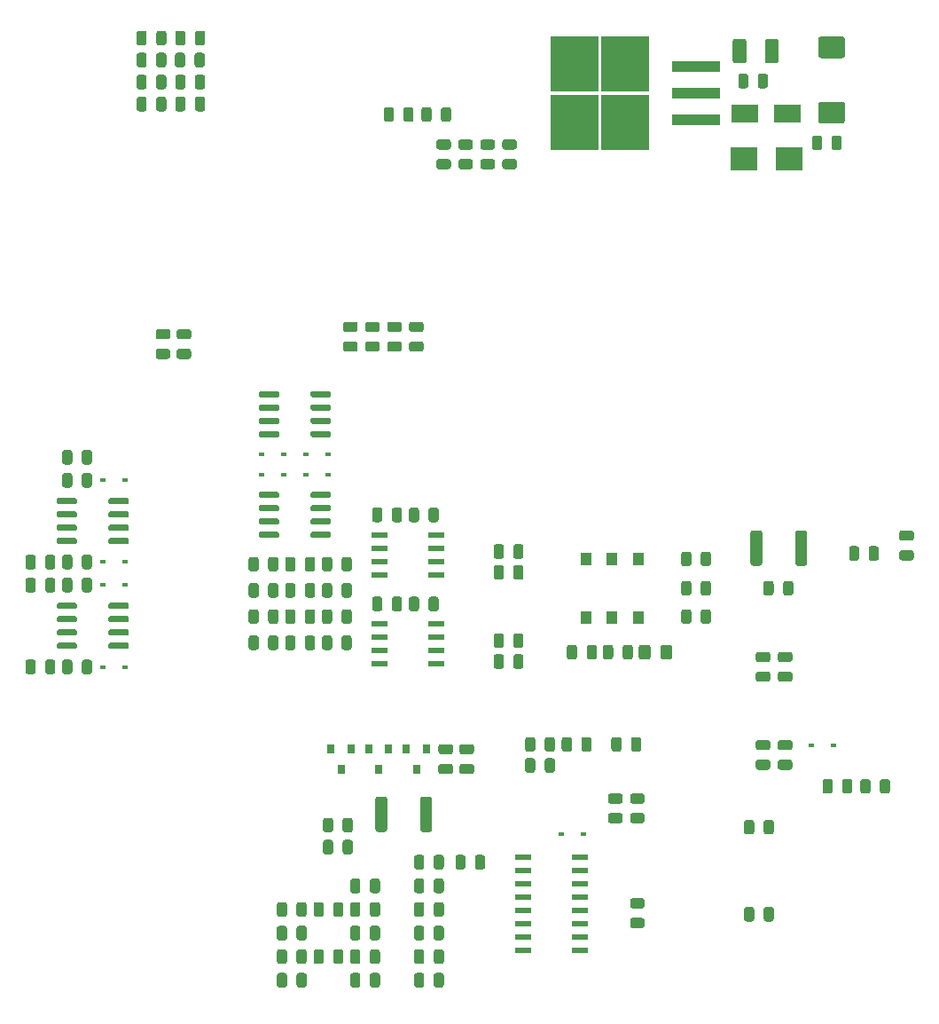
<source format=gtp>
G04 #@! TF.GenerationSoftware,KiCad,Pcbnew,(5.1.9-0-10_14)*
G04 #@! TF.CreationDate,2021-06-23T14:37:37+10:00*
G04 #@! TF.ProjectId,v0.4.4c,76302e34-2e34-4632-9e6b-696361645f70,4c*
G04 #@! TF.SameCoordinates,Original*
G04 #@! TF.FileFunction,Paste,Top*
G04 #@! TF.FilePolarity,Positive*
%FSLAX46Y46*%
G04 Gerber Fmt 4.6, Leading zero omitted, Abs format (unit mm)*
G04 Created by KiCad (PCBNEW (5.1.9-0-10_14)) date 2021-06-23 14:37:37*
%MOMM*%
%LPD*%
G01*
G04 APERTURE LIST*
%ADD10R,2.500000X2.300000*%
%ADD11R,0.600000X0.450000*%
%ADD12R,1.500000X0.600000*%
%ADD13R,1.550000X0.600000*%
%ADD14R,2.500000X1.800000*%
%ADD15R,1.000000X1.150000*%
%ADD16R,4.600000X1.100000*%
%ADD17R,4.550000X5.250000*%
%ADD18R,0.800000X0.900000*%
G04 APERTURE END LIST*
G36*
G01*
X179350000Y-96243750D02*
X179350000Y-97156250D01*
G75*
G02*
X179106250Y-97400000I-243750J0D01*
G01*
X178618750Y-97400000D01*
G75*
G02*
X178375000Y-97156250I0J243750D01*
G01*
X178375000Y-96243750D01*
G75*
G02*
X178618750Y-96000000I243750J0D01*
G01*
X179106250Y-96000000D01*
G75*
G02*
X179350000Y-96243750I0J-243750D01*
G01*
G37*
G36*
G01*
X181225000Y-96243750D02*
X181225000Y-97156250D01*
G75*
G02*
X180981250Y-97400000I-243750J0D01*
G01*
X180493750Y-97400000D01*
G75*
G02*
X180250000Y-97156250I0J243750D01*
G01*
X180250000Y-96243750D01*
G75*
G02*
X180493750Y-96000000I243750J0D01*
G01*
X180981250Y-96000000D01*
G75*
G02*
X181225000Y-96243750I0J-243750D01*
G01*
G37*
G36*
G01*
X178375000Y-91656250D02*
X178375000Y-90743750D01*
G75*
G02*
X178618750Y-90500000I243750J0D01*
G01*
X179106250Y-90500000D01*
G75*
G02*
X179350000Y-90743750I0J-243750D01*
G01*
X179350000Y-91656250D01*
G75*
G02*
X179106250Y-91900000I-243750J0D01*
G01*
X178618750Y-91900000D01*
G75*
G02*
X178375000Y-91656250I0J243750D01*
G01*
G37*
G36*
G01*
X180250000Y-91656250D02*
X180250000Y-90743750D01*
G75*
G02*
X180493750Y-90500000I243750J0D01*
G01*
X180981250Y-90500000D01*
G75*
G02*
X181225000Y-90743750I0J-243750D01*
G01*
X181225000Y-91656250D01*
G75*
G02*
X180981250Y-91900000I-243750J0D01*
G01*
X180493750Y-91900000D01*
G75*
G02*
X180250000Y-91656250I0J243750D01*
G01*
G37*
G36*
G01*
X140000000Y-79155000D02*
X140000000Y-79455000D01*
G75*
G02*
X139850000Y-79605000I-150000J0D01*
G01*
X138200000Y-79605000D01*
G75*
G02*
X138050000Y-79455000I0J150000D01*
G01*
X138050000Y-79155000D01*
G75*
G02*
X138200000Y-79005000I150000J0D01*
G01*
X139850000Y-79005000D01*
G75*
G02*
X140000000Y-79155000I0J-150000D01*
G01*
G37*
G36*
G01*
X140000000Y-77885000D02*
X140000000Y-78185000D01*
G75*
G02*
X139850000Y-78335000I-150000J0D01*
G01*
X138200000Y-78335000D01*
G75*
G02*
X138050000Y-78185000I0J150000D01*
G01*
X138050000Y-77885000D01*
G75*
G02*
X138200000Y-77735000I150000J0D01*
G01*
X139850000Y-77735000D01*
G75*
G02*
X140000000Y-77885000I0J-150000D01*
G01*
G37*
G36*
G01*
X140000000Y-76615000D02*
X140000000Y-76915000D01*
G75*
G02*
X139850000Y-77065000I-150000J0D01*
G01*
X138200000Y-77065000D01*
G75*
G02*
X138050000Y-76915000I0J150000D01*
G01*
X138050000Y-76615000D01*
G75*
G02*
X138200000Y-76465000I150000J0D01*
G01*
X139850000Y-76465000D01*
G75*
G02*
X140000000Y-76615000I0J-150000D01*
G01*
G37*
G36*
G01*
X140000000Y-75345000D02*
X140000000Y-75645000D01*
G75*
G02*
X139850000Y-75795000I-150000J0D01*
G01*
X138200000Y-75795000D01*
G75*
G02*
X138050000Y-75645000I0J150000D01*
G01*
X138050000Y-75345000D01*
G75*
G02*
X138200000Y-75195000I150000J0D01*
G01*
X139850000Y-75195000D01*
G75*
G02*
X140000000Y-75345000I0J-150000D01*
G01*
G37*
G36*
G01*
X144950000Y-75345000D02*
X144950000Y-75645000D01*
G75*
G02*
X144800000Y-75795000I-150000J0D01*
G01*
X143150000Y-75795000D01*
G75*
G02*
X143000000Y-75645000I0J150000D01*
G01*
X143000000Y-75345000D01*
G75*
G02*
X143150000Y-75195000I150000J0D01*
G01*
X144800000Y-75195000D01*
G75*
G02*
X144950000Y-75345000I0J-150000D01*
G01*
G37*
G36*
G01*
X144950000Y-76615000D02*
X144950000Y-76915000D01*
G75*
G02*
X144800000Y-77065000I-150000J0D01*
G01*
X143150000Y-77065000D01*
G75*
G02*
X143000000Y-76915000I0J150000D01*
G01*
X143000000Y-76615000D01*
G75*
G02*
X143150000Y-76465000I150000J0D01*
G01*
X144800000Y-76465000D01*
G75*
G02*
X144950000Y-76615000I0J-150000D01*
G01*
G37*
G36*
G01*
X144950000Y-77885000D02*
X144950000Y-78185000D01*
G75*
G02*
X144800000Y-78335000I-150000J0D01*
G01*
X143150000Y-78335000D01*
G75*
G02*
X143000000Y-78185000I0J150000D01*
G01*
X143000000Y-77885000D01*
G75*
G02*
X143150000Y-77735000I150000J0D01*
G01*
X144800000Y-77735000D01*
G75*
G02*
X144950000Y-77885000I0J-150000D01*
G01*
G37*
G36*
G01*
X144950000Y-79155000D02*
X144950000Y-79455000D01*
G75*
G02*
X144800000Y-79605000I-150000J0D01*
G01*
X143150000Y-79605000D01*
G75*
G02*
X143000000Y-79455000I0J150000D01*
G01*
X143000000Y-79155000D01*
G75*
G02*
X143150000Y-79005000I150000J0D01*
G01*
X144800000Y-79005000D01*
G75*
G02*
X144950000Y-79155000I0J-150000D01*
G01*
G37*
G36*
G01*
X140000000Y-88755000D02*
X140000000Y-89055000D01*
G75*
G02*
X139850000Y-89205000I-150000J0D01*
G01*
X138200000Y-89205000D01*
G75*
G02*
X138050000Y-89055000I0J150000D01*
G01*
X138050000Y-88755000D01*
G75*
G02*
X138200000Y-88605000I150000J0D01*
G01*
X139850000Y-88605000D01*
G75*
G02*
X140000000Y-88755000I0J-150000D01*
G01*
G37*
G36*
G01*
X140000000Y-87485000D02*
X140000000Y-87785000D01*
G75*
G02*
X139850000Y-87935000I-150000J0D01*
G01*
X138200000Y-87935000D01*
G75*
G02*
X138050000Y-87785000I0J150000D01*
G01*
X138050000Y-87485000D01*
G75*
G02*
X138200000Y-87335000I150000J0D01*
G01*
X139850000Y-87335000D01*
G75*
G02*
X140000000Y-87485000I0J-150000D01*
G01*
G37*
G36*
G01*
X140000000Y-86215000D02*
X140000000Y-86515000D01*
G75*
G02*
X139850000Y-86665000I-150000J0D01*
G01*
X138200000Y-86665000D01*
G75*
G02*
X138050000Y-86515000I0J150000D01*
G01*
X138050000Y-86215000D01*
G75*
G02*
X138200000Y-86065000I150000J0D01*
G01*
X139850000Y-86065000D01*
G75*
G02*
X140000000Y-86215000I0J-150000D01*
G01*
G37*
G36*
G01*
X140000000Y-84945000D02*
X140000000Y-85245000D01*
G75*
G02*
X139850000Y-85395000I-150000J0D01*
G01*
X138200000Y-85395000D01*
G75*
G02*
X138050000Y-85245000I0J150000D01*
G01*
X138050000Y-84945000D01*
G75*
G02*
X138200000Y-84795000I150000J0D01*
G01*
X139850000Y-84795000D01*
G75*
G02*
X140000000Y-84945000I0J-150000D01*
G01*
G37*
G36*
G01*
X144950000Y-84945000D02*
X144950000Y-85245000D01*
G75*
G02*
X144800000Y-85395000I-150000J0D01*
G01*
X143150000Y-85395000D01*
G75*
G02*
X143000000Y-85245000I0J150000D01*
G01*
X143000000Y-84945000D01*
G75*
G02*
X143150000Y-84795000I150000J0D01*
G01*
X144800000Y-84795000D01*
G75*
G02*
X144950000Y-84945000I0J-150000D01*
G01*
G37*
G36*
G01*
X144950000Y-86215000D02*
X144950000Y-86515000D01*
G75*
G02*
X144800000Y-86665000I-150000J0D01*
G01*
X143150000Y-86665000D01*
G75*
G02*
X143000000Y-86515000I0J150000D01*
G01*
X143000000Y-86215000D01*
G75*
G02*
X143150000Y-86065000I150000J0D01*
G01*
X144800000Y-86065000D01*
G75*
G02*
X144950000Y-86215000I0J-150000D01*
G01*
G37*
G36*
G01*
X144950000Y-87485000D02*
X144950000Y-87785000D01*
G75*
G02*
X144800000Y-87935000I-150000J0D01*
G01*
X143150000Y-87935000D01*
G75*
G02*
X143000000Y-87785000I0J150000D01*
G01*
X143000000Y-87485000D01*
G75*
G02*
X143150000Y-87335000I150000J0D01*
G01*
X144800000Y-87335000D01*
G75*
G02*
X144950000Y-87485000I0J-150000D01*
G01*
G37*
G36*
G01*
X144950000Y-88755000D02*
X144950000Y-89055000D01*
G75*
G02*
X144800000Y-89205000I-150000J0D01*
G01*
X143150000Y-89205000D01*
G75*
G02*
X143000000Y-89055000I0J150000D01*
G01*
X143000000Y-88755000D01*
G75*
G02*
X143150000Y-88605000I150000J0D01*
G01*
X144800000Y-88605000D01*
G75*
G02*
X144950000Y-88755000I0J-150000D01*
G01*
G37*
G36*
G01*
X123700000Y-85845000D02*
X123700000Y-85545000D01*
G75*
G02*
X123850000Y-85395000I150000J0D01*
G01*
X125500000Y-85395000D01*
G75*
G02*
X125650000Y-85545000I0J-150000D01*
G01*
X125650000Y-85845000D01*
G75*
G02*
X125500000Y-85995000I-150000J0D01*
G01*
X123850000Y-85995000D01*
G75*
G02*
X123700000Y-85845000I0J150000D01*
G01*
G37*
G36*
G01*
X123700000Y-87115000D02*
X123700000Y-86815000D01*
G75*
G02*
X123850000Y-86665000I150000J0D01*
G01*
X125500000Y-86665000D01*
G75*
G02*
X125650000Y-86815000I0J-150000D01*
G01*
X125650000Y-87115000D01*
G75*
G02*
X125500000Y-87265000I-150000J0D01*
G01*
X123850000Y-87265000D01*
G75*
G02*
X123700000Y-87115000I0J150000D01*
G01*
G37*
G36*
G01*
X123700000Y-88385000D02*
X123700000Y-88085000D01*
G75*
G02*
X123850000Y-87935000I150000J0D01*
G01*
X125500000Y-87935000D01*
G75*
G02*
X125650000Y-88085000I0J-150000D01*
G01*
X125650000Y-88385000D01*
G75*
G02*
X125500000Y-88535000I-150000J0D01*
G01*
X123850000Y-88535000D01*
G75*
G02*
X123700000Y-88385000I0J150000D01*
G01*
G37*
G36*
G01*
X123700000Y-89655000D02*
X123700000Y-89355000D01*
G75*
G02*
X123850000Y-89205000I150000J0D01*
G01*
X125500000Y-89205000D01*
G75*
G02*
X125650000Y-89355000I0J-150000D01*
G01*
X125650000Y-89655000D01*
G75*
G02*
X125500000Y-89805000I-150000J0D01*
G01*
X123850000Y-89805000D01*
G75*
G02*
X123700000Y-89655000I0J150000D01*
G01*
G37*
G36*
G01*
X118750000Y-89655000D02*
X118750000Y-89355000D01*
G75*
G02*
X118900000Y-89205000I150000J0D01*
G01*
X120550000Y-89205000D01*
G75*
G02*
X120700000Y-89355000I0J-150000D01*
G01*
X120700000Y-89655000D01*
G75*
G02*
X120550000Y-89805000I-150000J0D01*
G01*
X118900000Y-89805000D01*
G75*
G02*
X118750000Y-89655000I0J150000D01*
G01*
G37*
G36*
G01*
X118750000Y-88385000D02*
X118750000Y-88085000D01*
G75*
G02*
X118900000Y-87935000I150000J0D01*
G01*
X120550000Y-87935000D01*
G75*
G02*
X120700000Y-88085000I0J-150000D01*
G01*
X120700000Y-88385000D01*
G75*
G02*
X120550000Y-88535000I-150000J0D01*
G01*
X118900000Y-88535000D01*
G75*
G02*
X118750000Y-88385000I0J150000D01*
G01*
G37*
G36*
G01*
X118750000Y-87115000D02*
X118750000Y-86815000D01*
G75*
G02*
X118900000Y-86665000I150000J0D01*
G01*
X120550000Y-86665000D01*
G75*
G02*
X120700000Y-86815000I0J-150000D01*
G01*
X120700000Y-87115000D01*
G75*
G02*
X120550000Y-87265000I-150000J0D01*
G01*
X118900000Y-87265000D01*
G75*
G02*
X118750000Y-87115000I0J150000D01*
G01*
G37*
G36*
G01*
X118750000Y-85845000D02*
X118750000Y-85545000D01*
G75*
G02*
X118900000Y-85395000I150000J0D01*
G01*
X120550000Y-85395000D01*
G75*
G02*
X120700000Y-85545000I0J-150000D01*
G01*
X120700000Y-85845000D01*
G75*
G02*
X120550000Y-85995000I-150000J0D01*
G01*
X118900000Y-85995000D01*
G75*
G02*
X118750000Y-85845000I0J150000D01*
G01*
G37*
G36*
G01*
X123700000Y-95845000D02*
X123700000Y-95545000D01*
G75*
G02*
X123850000Y-95395000I150000J0D01*
G01*
X125500000Y-95395000D01*
G75*
G02*
X125650000Y-95545000I0J-150000D01*
G01*
X125650000Y-95845000D01*
G75*
G02*
X125500000Y-95995000I-150000J0D01*
G01*
X123850000Y-95995000D01*
G75*
G02*
X123700000Y-95845000I0J150000D01*
G01*
G37*
G36*
G01*
X123700000Y-97115000D02*
X123700000Y-96815000D01*
G75*
G02*
X123850000Y-96665000I150000J0D01*
G01*
X125500000Y-96665000D01*
G75*
G02*
X125650000Y-96815000I0J-150000D01*
G01*
X125650000Y-97115000D01*
G75*
G02*
X125500000Y-97265000I-150000J0D01*
G01*
X123850000Y-97265000D01*
G75*
G02*
X123700000Y-97115000I0J150000D01*
G01*
G37*
G36*
G01*
X123700000Y-98385000D02*
X123700000Y-98085000D01*
G75*
G02*
X123850000Y-97935000I150000J0D01*
G01*
X125500000Y-97935000D01*
G75*
G02*
X125650000Y-98085000I0J-150000D01*
G01*
X125650000Y-98385000D01*
G75*
G02*
X125500000Y-98535000I-150000J0D01*
G01*
X123850000Y-98535000D01*
G75*
G02*
X123700000Y-98385000I0J150000D01*
G01*
G37*
G36*
G01*
X123700000Y-99655000D02*
X123700000Y-99355000D01*
G75*
G02*
X123850000Y-99205000I150000J0D01*
G01*
X125500000Y-99205000D01*
G75*
G02*
X125650000Y-99355000I0J-150000D01*
G01*
X125650000Y-99655000D01*
G75*
G02*
X125500000Y-99805000I-150000J0D01*
G01*
X123850000Y-99805000D01*
G75*
G02*
X123700000Y-99655000I0J150000D01*
G01*
G37*
G36*
G01*
X118750000Y-99655000D02*
X118750000Y-99355000D01*
G75*
G02*
X118900000Y-99205000I150000J0D01*
G01*
X120550000Y-99205000D01*
G75*
G02*
X120700000Y-99355000I0J-150000D01*
G01*
X120700000Y-99655000D01*
G75*
G02*
X120550000Y-99805000I-150000J0D01*
G01*
X118900000Y-99805000D01*
G75*
G02*
X118750000Y-99655000I0J150000D01*
G01*
G37*
G36*
G01*
X118750000Y-98385000D02*
X118750000Y-98085000D01*
G75*
G02*
X118900000Y-97935000I150000J0D01*
G01*
X120550000Y-97935000D01*
G75*
G02*
X120700000Y-98085000I0J-150000D01*
G01*
X120700000Y-98385000D01*
G75*
G02*
X120550000Y-98535000I-150000J0D01*
G01*
X118900000Y-98535000D01*
G75*
G02*
X118750000Y-98385000I0J150000D01*
G01*
G37*
G36*
G01*
X118750000Y-97115000D02*
X118750000Y-96815000D01*
G75*
G02*
X118900000Y-96665000I150000J0D01*
G01*
X120550000Y-96665000D01*
G75*
G02*
X120700000Y-96815000I0J-150000D01*
G01*
X120700000Y-97115000D01*
G75*
G02*
X120550000Y-97265000I-150000J0D01*
G01*
X118900000Y-97265000D01*
G75*
G02*
X118750000Y-97115000I0J150000D01*
G01*
G37*
G36*
G01*
X118750000Y-95845000D02*
X118750000Y-95545000D01*
G75*
G02*
X118900000Y-95395000I150000J0D01*
G01*
X120550000Y-95395000D01*
G75*
G02*
X120700000Y-95545000I0J-150000D01*
G01*
X120700000Y-95845000D01*
G75*
G02*
X120550000Y-95995000I-150000J0D01*
G01*
X118900000Y-95995000D01*
G75*
G02*
X118750000Y-95845000I0J150000D01*
G01*
G37*
G36*
G01*
X185700000Y-46056250D02*
X185700000Y-45143750D01*
G75*
G02*
X185943750Y-44900000I243750J0D01*
G01*
X186431250Y-44900000D01*
G75*
G02*
X186675000Y-45143750I0J-243750D01*
G01*
X186675000Y-46056250D01*
G75*
G02*
X186431250Y-46300000I-243750J0D01*
G01*
X185943750Y-46300000D01*
G75*
G02*
X185700000Y-46056250I0J243750D01*
G01*
G37*
G36*
G01*
X183825000Y-46056250D02*
X183825000Y-45143750D01*
G75*
G02*
X184068750Y-44900000I243750J0D01*
G01*
X184556250Y-44900000D01*
G75*
G02*
X184800000Y-45143750I0J-243750D01*
G01*
X184800000Y-46056250D01*
G75*
G02*
X184556250Y-46300000I-243750J0D01*
G01*
X184068750Y-46300000D01*
G75*
G02*
X183825000Y-46056250I0J243750D01*
G01*
G37*
G36*
G01*
X192750000Y-51956250D02*
X192750000Y-51043750D01*
G75*
G02*
X192993750Y-50800000I243750J0D01*
G01*
X193481250Y-50800000D01*
G75*
G02*
X193725000Y-51043750I0J-243750D01*
G01*
X193725000Y-51956250D01*
G75*
G02*
X193481250Y-52200000I-243750J0D01*
G01*
X192993750Y-52200000D01*
G75*
G02*
X192750000Y-51956250I0J243750D01*
G01*
G37*
G36*
G01*
X190875000Y-51956250D02*
X190875000Y-51043750D01*
G75*
G02*
X191118750Y-50800000I243750J0D01*
G01*
X191606250Y-50800000D01*
G75*
G02*
X191850000Y-51043750I0J-243750D01*
G01*
X191850000Y-51956250D01*
G75*
G02*
X191606250Y-52200000I-243750J0D01*
G01*
X191118750Y-52200000D01*
G75*
G02*
X190875000Y-51956250I0J243750D01*
G01*
G37*
G36*
G01*
X137075000Y-94656250D02*
X137075000Y-93743750D01*
G75*
G02*
X137318750Y-93500000I243750J0D01*
G01*
X137806250Y-93500000D01*
G75*
G02*
X138050000Y-93743750I0J-243750D01*
G01*
X138050000Y-94656250D01*
G75*
G02*
X137806250Y-94900000I-243750J0D01*
G01*
X137318750Y-94900000D01*
G75*
G02*
X137075000Y-94656250I0J243750D01*
G01*
G37*
G36*
G01*
X138950000Y-94656250D02*
X138950000Y-93743750D01*
G75*
G02*
X139193750Y-93500000I243750J0D01*
G01*
X139681250Y-93500000D01*
G75*
G02*
X139925000Y-93743750I0J-243750D01*
G01*
X139925000Y-94656250D01*
G75*
G02*
X139681250Y-94900000I-243750J0D01*
G01*
X139193750Y-94900000D01*
G75*
G02*
X138950000Y-94656250I0J243750D01*
G01*
G37*
G36*
G01*
X149625000Y-126443750D02*
X149625000Y-127356250D01*
G75*
G02*
X149381250Y-127600000I-243750J0D01*
G01*
X148893750Y-127600000D01*
G75*
G02*
X148650000Y-127356250I0J243750D01*
G01*
X148650000Y-126443750D01*
G75*
G02*
X148893750Y-126200000I243750J0D01*
G01*
X149381250Y-126200000D01*
G75*
G02*
X149625000Y-126443750I0J-243750D01*
G01*
G37*
G36*
G01*
X147750000Y-126443750D02*
X147750000Y-127356250D01*
G75*
G02*
X147506250Y-127600000I-243750J0D01*
G01*
X147018750Y-127600000D01*
G75*
G02*
X146775000Y-127356250I0J243750D01*
G01*
X146775000Y-126443750D01*
G75*
G02*
X147018750Y-126200000I243750J0D01*
G01*
X147506250Y-126200000D01*
G75*
G02*
X147750000Y-126443750I0J-243750D01*
G01*
G37*
G36*
G01*
X161543750Y-53050000D02*
X162456250Y-53050000D01*
G75*
G02*
X162700000Y-53293750I0J-243750D01*
G01*
X162700000Y-53781250D01*
G75*
G02*
X162456250Y-54025000I-243750J0D01*
G01*
X161543750Y-54025000D01*
G75*
G02*
X161300000Y-53781250I0J243750D01*
G01*
X161300000Y-53293750D01*
G75*
G02*
X161543750Y-53050000I243750J0D01*
G01*
G37*
G36*
G01*
X161543750Y-51175000D02*
X162456250Y-51175000D01*
G75*
G02*
X162700000Y-51418750I0J-243750D01*
G01*
X162700000Y-51906250D01*
G75*
G02*
X162456250Y-52150000I-243750J0D01*
G01*
X161543750Y-52150000D01*
G75*
G02*
X161300000Y-51906250I0J243750D01*
G01*
X161300000Y-51418750D01*
G75*
G02*
X161543750Y-51175000I243750J0D01*
G01*
G37*
G36*
G01*
X160356250Y-52150000D02*
X159443750Y-52150000D01*
G75*
G02*
X159200000Y-51906250I0J243750D01*
G01*
X159200000Y-51418750D01*
G75*
G02*
X159443750Y-51175000I243750J0D01*
G01*
X160356250Y-51175000D01*
G75*
G02*
X160600000Y-51418750I0J-243750D01*
G01*
X160600000Y-51906250D01*
G75*
G02*
X160356250Y-52150000I-243750J0D01*
G01*
G37*
G36*
G01*
X160356250Y-54025000D02*
X159443750Y-54025000D01*
G75*
G02*
X159200000Y-53781250I0J243750D01*
G01*
X159200000Y-53293750D01*
G75*
G02*
X159443750Y-53050000I243750J0D01*
G01*
X160356250Y-53050000D01*
G75*
G02*
X160600000Y-53293750I0J-243750D01*
G01*
X160600000Y-53781250D01*
G75*
G02*
X160356250Y-54025000I-243750J0D01*
G01*
G37*
G36*
G01*
X147256250Y-69550000D02*
X146343750Y-69550000D01*
G75*
G02*
X146100000Y-69306250I0J243750D01*
G01*
X146100000Y-68818750D01*
G75*
G02*
X146343750Y-68575000I243750J0D01*
G01*
X147256250Y-68575000D01*
G75*
G02*
X147500000Y-68818750I0J-243750D01*
G01*
X147500000Y-69306250D01*
G75*
G02*
X147256250Y-69550000I-243750J0D01*
G01*
G37*
G36*
G01*
X147256250Y-71425000D02*
X146343750Y-71425000D01*
G75*
G02*
X146100000Y-71181250I0J243750D01*
G01*
X146100000Y-70693750D01*
G75*
G02*
X146343750Y-70450000I243750J0D01*
G01*
X147256250Y-70450000D01*
G75*
G02*
X147500000Y-70693750I0J-243750D01*
G01*
X147500000Y-71181250D01*
G75*
G02*
X147256250Y-71425000I-243750J0D01*
G01*
G37*
G36*
G01*
X149356250Y-69550000D02*
X148443750Y-69550000D01*
G75*
G02*
X148200000Y-69306250I0J243750D01*
G01*
X148200000Y-68818750D01*
G75*
G02*
X148443750Y-68575000I243750J0D01*
G01*
X149356250Y-68575000D01*
G75*
G02*
X149600000Y-68818750I0J-243750D01*
G01*
X149600000Y-69306250D01*
G75*
G02*
X149356250Y-69550000I-243750J0D01*
G01*
G37*
G36*
G01*
X149356250Y-71425000D02*
X148443750Y-71425000D01*
G75*
G02*
X148200000Y-71181250I0J243750D01*
G01*
X148200000Y-70693750D01*
G75*
G02*
X148443750Y-70450000I243750J0D01*
G01*
X149356250Y-70450000D01*
G75*
G02*
X149600000Y-70693750I0J-243750D01*
G01*
X149600000Y-71181250D01*
G75*
G02*
X149356250Y-71425000I-243750J0D01*
G01*
G37*
G36*
G01*
X154550000Y-48343750D02*
X154550000Y-49256250D01*
G75*
G02*
X154306250Y-49500000I-243750J0D01*
G01*
X153818750Y-49500000D01*
G75*
G02*
X153575000Y-49256250I0J243750D01*
G01*
X153575000Y-48343750D01*
G75*
G02*
X153818750Y-48100000I243750J0D01*
G01*
X154306250Y-48100000D01*
G75*
G02*
X154550000Y-48343750I0J-243750D01*
G01*
G37*
G36*
G01*
X156425000Y-48343750D02*
X156425000Y-49256250D01*
G75*
G02*
X156181250Y-49500000I-243750J0D01*
G01*
X155693750Y-49500000D01*
G75*
G02*
X155450000Y-49256250I0J243750D01*
G01*
X155450000Y-48343750D01*
G75*
G02*
X155693750Y-48100000I243750J0D01*
G01*
X156181250Y-48100000D01*
G75*
G02*
X156425000Y-48343750I0J-243750D01*
G01*
G37*
G36*
G01*
X150950000Y-48343750D02*
X150950000Y-49256250D01*
G75*
G02*
X150706250Y-49500000I-243750J0D01*
G01*
X150218750Y-49500000D01*
G75*
G02*
X149975000Y-49256250I0J243750D01*
G01*
X149975000Y-48343750D01*
G75*
G02*
X150218750Y-48100000I243750J0D01*
G01*
X150706250Y-48100000D01*
G75*
G02*
X150950000Y-48343750I0J-243750D01*
G01*
G37*
G36*
G01*
X152825000Y-48343750D02*
X152825000Y-49256250D01*
G75*
G02*
X152581250Y-49500000I-243750J0D01*
G01*
X152093750Y-49500000D01*
G75*
G02*
X151850000Y-49256250I0J243750D01*
G01*
X151850000Y-48343750D01*
G75*
G02*
X152093750Y-48100000I243750J0D01*
G01*
X152581250Y-48100000D01*
G75*
G02*
X152825000Y-48343750I0J-243750D01*
G01*
G37*
G36*
G01*
X156356250Y-109850000D02*
X155443750Y-109850000D01*
G75*
G02*
X155200000Y-109606250I0J243750D01*
G01*
X155200000Y-109118750D01*
G75*
G02*
X155443750Y-108875000I243750J0D01*
G01*
X156356250Y-108875000D01*
G75*
G02*
X156600000Y-109118750I0J-243750D01*
G01*
X156600000Y-109606250D01*
G75*
G02*
X156356250Y-109850000I-243750J0D01*
G01*
G37*
G36*
G01*
X156356250Y-111725000D02*
X155443750Y-111725000D01*
G75*
G02*
X155200000Y-111481250I0J243750D01*
G01*
X155200000Y-110993750D01*
G75*
G02*
X155443750Y-110750000I243750J0D01*
G01*
X156356250Y-110750000D01*
G75*
G02*
X156600000Y-110993750I0J-243750D01*
G01*
X156600000Y-111481250D01*
G75*
G02*
X156356250Y-111725000I-243750J0D01*
G01*
G37*
G36*
G01*
X157343750Y-53050000D02*
X158256250Y-53050000D01*
G75*
G02*
X158500000Y-53293750I0J-243750D01*
G01*
X158500000Y-53781250D01*
G75*
G02*
X158256250Y-54025000I-243750J0D01*
G01*
X157343750Y-54025000D01*
G75*
G02*
X157100000Y-53781250I0J243750D01*
G01*
X157100000Y-53293750D01*
G75*
G02*
X157343750Y-53050000I243750J0D01*
G01*
G37*
G36*
G01*
X157343750Y-51175000D02*
X158256250Y-51175000D01*
G75*
G02*
X158500000Y-51418750I0J-243750D01*
G01*
X158500000Y-51906250D01*
G75*
G02*
X158256250Y-52150000I-243750J0D01*
G01*
X157343750Y-52150000D01*
G75*
G02*
X157100000Y-51906250I0J243750D01*
G01*
X157100000Y-51418750D01*
G75*
G02*
X157343750Y-51175000I243750J0D01*
G01*
G37*
G36*
G01*
X156156250Y-52150000D02*
X155243750Y-52150000D01*
G75*
G02*
X155000000Y-51906250I0J243750D01*
G01*
X155000000Y-51418750D01*
G75*
G02*
X155243750Y-51175000I243750J0D01*
G01*
X156156250Y-51175000D01*
G75*
G02*
X156400000Y-51418750I0J-243750D01*
G01*
X156400000Y-51906250D01*
G75*
G02*
X156156250Y-52150000I-243750J0D01*
G01*
G37*
G36*
G01*
X156156250Y-54025000D02*
X155243750Y-54025000D01*
G75*
G02*
X155000000Y-53781250I0J243750D01*
G01*
X155000000Y-53293750D01*
G75*
G02*
X155243750Y-53050000I243750J0D01*
G01*
X156156250Y-53050000D01*
G75*
G02*
X156400000Y-53293750I0J-243750D01*
G01*
X156400000Y-53781250D01*
G75*
G02*
X156156250Y-54025000I-243750J0D01*
G01*
G37*
G36*
G01*
X153556250Y-69550000D02*
X152643750Y-69550000D01*
G75*
G02*
X152400000Y-69306250I0J243750D01*
G01*
X152400000Y-68818750D01*
G75*
G02*
X152643750Y-68575000I243750J0D01*
G01*
X153556250Y-68575000D01*
G75*
G02*
X153800000Y-68818750I0J-243750D01*
G01*
X153800000Y-69306250D01*
G75*
G02*
X153556250Y-69550000I-243750J0D01*
G01*
G37*
G36*
G01*
X153556250Y-71425000D02*
X152643750Y-71425000D01*
G75*
G02*
X152400000Y-71181250I0J243750D01*
G01*
X152400000Y-70693750D01*
G75*
G02*
X152643750Y-70450000I243750J0D01*
G01*
X153556250Y-70450000D01*
G75*
G02*
X153800000Y-70693750I0J-243750D01*
G01*
X153800000Y-71181250D01*
G75*
G02*
X153556250Y-71425000I-243750J0D01*
G01*
G37*
G36*
G01*
X151456250Y-69550000D02*
X150543750Y-69550000D01*
G75*
G02*
X150300000Y-69306250I0J243750D01*
G01*
X150300000Y-68818750D01*
G75*
G02*
X150543750Y-68575000I243750J0D01*
G01*
X151456250Y-68575000D01*
G75*
G02*
X151700000Y-68818750I0J-243750D01*
G01*
X151700000Y-69306250D01*
G75*
G02*
X151456250Y-69550000I-243750J0D01*
G01*
G37*
G36*
G01*
X151456250Y-71425000D02*
X150543750Y-71425000D01*
G75*
G02*
X150300000Y-71181250I0J243750D01*
G01*
X150300000Y-70693750D01*
G75*
G02*
X150543750Y-70450000I243750J0D01*
G01*
X151456250Y-70450000D01*
G75*
G02*
X151700000Y-70693750I0J-243750D01*
G01*
X151700000Y-71181250D01*
G75*
G02*
X151456250Y-71425000I-243750J0D01*
G01*
G37*
D10*
X184350000Y-53000000D03*
X188650000Y-53000000D03*
G36*
G01*
X128443750Y-69275000D02*
X129356250Y-69275000D01*
G75*
G02*
X129600000Y-69518750I0J-243750D01*
G01*
X129600000Y-70006250D01*
G75*
G02*
X129356250Y-70250000I-243750J0D01*
G01*
X128443750Y-70250000D01*
G75*
G02*
X128200000Y-70006250I0J243750D01*
G01*
X128200000Y-69518750D01*
G75*
G02*
X128443750Y-69275000I243750J0D01*
G01*
G37*
G36*
G01*
X128443750Y-71150000D02*
X129356250Y-71150000D01*
G75*
G02*
X129600000Y-71393750I0J-243750D01*
G01*
X129600000Y-71881250D01*
G75*
G02*
X129356250Y-72125000I-243750J0D01*
G01*
X128443750Y-72125000D01*
G75*
G02*
X128200000Y-71881250I0J243750D01*
G01*
X128200000Y-71393750D01*
G75*
G02*
X128443750Y-71150000I243750J0D01*
G01*
G37*
G36*
G01*
X130443750Y-71150000D02*
X131356250Y-71150000D01*
G75*
G02*
X131600000Y-71393750I0J-243750D01*
G01*
X131600000Y-71881250D01*
G75*
G02*
X131356250Y-72125000I-243750J0D01*
G01*
X130443750Y-72125000D01*
G75*
G02*
X130200000Y-71881250I0J243750D01*
G01*
X130200000Y-71393750D01*
G75*
G02*
X130443750Y-71150000I243750J0D01*
G01*
G37*
G36*
G01*
X130443750Y-69275000D02*
X131356250Y-69275000D01*
G75*
G02*
X131600000Y-69518750I0J-243750D01*
G01*
X131600000Y-70006250D01*
G75*
G02*
X131356250Y-70250000I-243750J0D01*
G01*
X130443750Y-70250000D01*
G75*
G02*
X130200000Y-70006250I0J243750D01*
G01*
X130200000Y-69518750D01*
G75*
G02*
X130443750Y-69275000I243750J0D01*
G01*
G37*
G36*
G01*
X141650000Y-131856250D02*
X141650000Y-130943750D01*
G75*
G02*
X141893750Y-130700000I243750J0D01*
G01*
X142381250Y-130700000D01*
G75*
G02*
X142625000Y-130943750I0J-243750D01*
G01*
X142625000Y-131856250D01*
G75*
G02*
X142381250Y-132100000I-243750J0D01*
G01*
X141893750Y-132100000D01*
G75*
G02*
X141650000Y-131856250I0J243750D01*
G01*
G37*
G36*
G01*
X139775000Y-131856250D02*
X139775000Y-130943750D01*
G75*
G02*
X140018750Y-130700000I243750J0D01*
G01*
X140506250Y-130700000D01*
G75*
G02*
X140750000Y-130943750I0J-243750D01*
G01*
X140750000Y-131856250D01*
G75*
G02*
X140506250Y-132100000I-243750J0D01*
G01*
X140018750Y-132100000D01*
G75*
G02*
X139775000Y-131856250I0J243750D01*
G01*
G37*
G36*
G01*
X166325000Y-108443750D02*
X166325000Y-109356250D01*
G75*
G02*
X166081250Y-109600000I-243750J0D01*
G01*
X165593750Y-109600000D01*
G75*
G02*
X165350000Y-109356250I0J243750D01*
G01*
X165350000Y-108443750D01*
G75*
G02*
X165593750Y-108200000I243750J0D01*
G01*
X166081250Y-108200000D01*
G75*
G02*
X166325000Y-108443750I0J-243750D01*
G01*
G37*
G36*
G01*
X164450000Y-108443750D02*
X164450000Y-109356250D01*
G75*
G02*
X164206250Y-109600000I-243750J0D01*
G01*
X163718750Y-109600000D01*
G75*
G02*
X163475000Y-109356250I0J243750D01*
G01*
X163475000Y-108443750D01*
G75*
G02*
X163718750Y-108200000I243750J0D01*
G01*
X164206250Y-108200000D01*
G75*
G02*
X164450000Y-108443750I0J-243750D01*
G01*
G37*
G36*
G01*
X144175000Y-117056250D02*
X144175000Y-116143750D01*
G75*
G02*
X144418750Y-115900000I243750J0D01*
G01*
X144906250Y-115900000D01*
G75*
G02*
X145150000Y-116143750I0J-243750D01*
G01*
X145150000Y-117056250D01*
G75*
G02*
X144906250Y-117300000I-243750J0D01*
G01*
X144418750Y-117300000D01*
G75*
G02*
X144175000Y-117056250I0J243750D01*
G01*
G37*
G36*
G01*
X146050000Y-117056250D02*
X146050000Y-116143750D01*
G75*
G02*
X146293750Y-115900000I243750J0D01*
G01*
X146781250Y-115900000D01*
G75*
G02*
X147025000Y-116143750I0J-243750D01*
G01*
X147025000Y-117056250D01*
G75*
G02*
X146781250Y-117300000I-243750J0D01*
G01*
X146293750Y-117300000D01*
G75*
G02*
X146050000Y-117056250I0J243750D01*
G01*
G37*
G36*
G01*
X152875000Y-131856250D02*
X152875000Y-130943750D01*
G75*
G02*
X153118750Y-130700000I243750J0D01*
G01*
X153606250Y-130700000D01*
G75*
G02*
X153850000Y-130943750I0J-243750D01*
G01*
X153850000Y-131856250D01*
G75*
G02*
X153606250Y-132100000I-243750J0D01*
G01*
X153118750Y-132100000D01*
G75*
G02*
X152875000Y-131856250I0J243750D01*
G01*
G37*
G36*
G01*
X154750000Y-131856250D02*
X154750000Y-130943750D01*
G75*
G02*
X154993750Y-130700000I243750J0D01*
G01*
X155481250Y-130700000D01*
G75*
G02*
X155725000Y-130943750I0J-243750D01*
G01*
X155725000Y-131856250D01*
G75*
G02*
X155481250Y-132100000I-243750J0D01*
G01*
X154993750Y-132100000D01*
G75*
G02*
X154750000Y-131856250I0J243750D01*
G01*
G37*
G36*
G01*
X171712500Y-109356250D02*
X171712500Y-108443750D01*
G75*
G02*
X171956250Y-108200000I243750J0D01*
G01*
X172443750Y-108200000D01*
G75*
G02*
X172687500Y-108443750I0J-243750D01*
G01*
X172687500Y-109356250D01*
G75*
G02*
X172443750Y-109600000I-243750J0D01*
G01*
X171956250Y-109600000D01*
G75*
G02*
X171712500Y-109356250I0J243750D01*
G01*
G37*
G36*
G01*
X173587500Y-109356250D02*
X173587500Y-108443750D01*
G75*
G02*
X173831250Y-108200000I243750J0D01*
G01*
X174318750Y-108200000D01*
G75*
G02*
X174562500Y-108443750I0J-243750D01*
G01*
X174562500Y-109356250D01*
G75*
G02*
X174318750Y-109600000I-243750J0D01*
G01*
X173831250Y-109600000D01*
G75*
G02*
X173587500Y-109356250I0J243750D01*
G01*
G37*
G36*
G01*
X153850000Y-121943750D02*
X153850000Y-122856250D01*
G75*
G02*
X153606250Y-123100000I-243750J0D01*
G01*
X153118750Y-123100000D01*
G75*
G02*
X152875000Y-122856250I0J243750D01*
G01*
X152875000Y-121943750D01*
G75*
G02*
X153118750Y-121700000I243750J0D01*
G01*
X153606250Y-121700000D01*
G75*
G02*
X153850000Y-121943750I0J-243750D01*
G01*
G37*
G36*
G01*
X155725000Y-121943750D02*
X155725000Y-122856250D01*
G75*
G02*
X155481250Y-123100000I-243750J0D01*
G01*
X154993750Y-123100000D01*
G75*
G02*
X154750000Y-122856250I0J243750D01*
G01*
X154750000Y-121943750D01*
G75*
G02*
X154993750Y-121700000I243750J0D01*
G01*
X155481250Y-121700000D01*
G75*
G02*
X155725000Y-121943750I0J-243750D01*
G01*
G37*
G36*
G01*
X141650000Y-127356250D02*
X141650000Y-126443750D01*
G75*
G02*
X141893750Y-126200000I243750J0D01*
G01*
X142381250Y-126200000D01*
G75*
G02*
X142625000Y-126443750I0J-243750D01*
G01*
X142625000Y-127356250D01*
G75*
G02*
X142381250Y-127600000I-243750J0D01*
G01*
X141893750Y-127600000D01*
G75*
G02*
X141650000Y-127356250I0J243750D01*
G01*
G37*
G36*
G01*
X139775000Y-127356250D02*
X139775000Y-126443750D01*
G75*
G02*
X140018750Y-126200000I243750J0D01*
G01*
X140506250Y-126200000D01*
G75*
G02*
X140750000Y-126443750I0J-243750D01*
G01*
X140750000Y-127356250D01*
G75*
G02*
X140506250Y-127600000I-243750J0D01*
G01*
X140018750Y-127600000D01*
G75*
G02*
X139775000Y-127356250I0J243750D01*
G01*
G37*
G36*
G01*
X141650000Y-129606250D02*
X141650000Y-128693750D01*
G75*
G02*
X141893750Y-128450000I243750J0D01*
G01*
X142381250Y-128450000D01*
G75*
G02*
X142625000Y-128693750I0J-243750D01*
G01*
X142625000Y-129606250D01*
G75*
G02*
X142381250Y-129850000I-243750J0D01*
G01*
X141893750Y-129850000D01*
G75*
G02*
X141650000Y-129606250I0J243750D01*
G01*
G37*
G36*
G01*
X139775000Y-129606250D02*
X139775000Y-128693750D01*
G75*
G02*
X140018750Y-128450000I243750J0D01*
G01*
X140506250Y-128450000D01*
G75*
G02*
X140750000Y-128693750I0J-243750D01*
G01*
X140750000Y-129606250D01*
G75*
G02*
X140506250Y-129850000I-243750J0D01*
G01*
X140018750Y-129850000D01*
G75*
G02*
X139775000Y-129606250I0J243750D01*
G01*
G37*
G36*
G01*
X141650000Y-125106250D02*
X141650000Y-124193750D01*
G75*
G02*
X141893750Y-123950000I243750J0D01*
G01*
X142381250Y-123950000D01*
G75*
G02*
X142625000Y-124193750I0J-243750D01*
G01*
X142625000Y-125106250D01*
G75*
G02*
X142381250Y-125350000I-243750J0D01*
G01*
X141893750Y-125350000D01*
G75*
G02*
X141650000Y-125106250I0J243750D01*
G01*
G37*
G36*
G01*
X139775000Y-125106250D02*
X139775000Y-124193750D01*
G75*
G02*
X140018750Y-123950000I243750J0D01*
G01*
X140506250Y-123950000D01*
G75*
G02*
X140750000Y-124193750I0J-243750D01*
G01*
X140750000Y-125106250D01*
G75*
G02*
X140506250Y-125350000I-243750J0D01*
G01*
X140018750Y-125350000D01*
G75*
G02*
X139775000Y-125106250I0J243750D01*
G01*
G37*
G36*
G01*
X152875000Y-127356250D02*
X152875000Y-126443750D01*
G75*
G02*
X153118750Y-126200000I243750J0D01*
G01*
X153606250Y-126200000D01*
G75*
G02*
X153850000Y-126443750I0J-243750D01*
G01*
X153850000Y-127356250D01*
G75*
G02*
X153606250Y-127600000I-243750J0D01*
G01*
X153118750Y-127600000D01*
G75*
G02*
X152875000Y-127356250I0J243750D01*
G01*
G37*
G36*
G01*
X154750000Y-127356250D02*
X154750000Y-126443750D01*
G75*
G02*
X154993750Y-126200000I243750J0D01*
G01*
X155481250Y-126200000D01*
G75*
G02*
X155725000Y-126443750I0J-243750D01*
G01*
X155725000Y-127356250D01*
G75*
G02*
X155481250Y-127600000I-243750J0D01*
G01*
X154993750Y-127600000D01*
G75*
G02*
X154750000Y-127356250I0J243750D01*
G01*
G37*
G36*
G01*
X152875000Y-129606250D02*
X152875000Y-128693750D01*
G75*
G02*
X153118750Y-128450000I243750J0D01*
G01*
X153606250Y-128450000D01*
G75*
G02*
X153850000Y-128693750I0J-243750D01*
G01*
X153850000Y-129606250D01*
G75*
G02*
X153606250Y-129850000I-243750J0D01*
G01*
X153118750Y-129850000D01*
G75*
G02*
X152875000Y-129606250I0J243750D01*
G01*
G37*
G36*
G01*
X154750000Y-129606250D02*
X154750000Y-128693750D01*
G75*
G02*
X154993750Y-128450000I243750J0D01*
G01*
X155481250Y-128450000D01*
G75*
G02*
X155725000Y-128693750I0J-243750D01*
G01*
X155725000Y-129606250D01*
G75*
G02*
X155481250Y-129850000I-243750J0D01*
G01*
X154993750Y-129850000D01*
G75*
G02*
X154750000Y-129606250I0J243750D01*
G01*
G37*
G36*
G01*
X152875000Y-125106250D02*
X152875000Y-124193750D01*
G75*
G02*
X153118750Y-123950000I243750J0D01*
G01*
X153606250Y-123950000D01*
G75*
G02*
X153850000Y-124193750I0J-243750D01*
G01*
X153850000Y-125106250D01*
G75*
G02*
X153606250Y-125350000I-243750J0D01*
G01*
X153118750Y-125350000D01*
G75*
G02*
X152875000Y-125106250I0J243750D01*
G01*
G37*
G36*
G01*
X154750000Y-125106250D02*
X154750000Y-124193750D01*
G75*
G02*
X154993750Y-123950000I243750J0D01*
G01*
X155481250Y-123950000D01*
G75*
G02*
X155725000Y-124193750I0J-243750D01*
G01*
X155725000Y-125106250D01*
G75*
G02*
X155481250Y-125350000I-243750J0D01*
G01*
X154993750Y-125350000D01*
G75*
G02*
X154750000Y-125106250I0J243750D01*
G01*
G37*
G36*
G01*
X196450000Y-112443750D02*
X196450000Y-113356250D01*
G75*
G02*
X196206250Y-113600000I-243750J0D01*
G01*
X195718750Y-113600000D01*
G75*
G02*
X195475000Y-113356250I0J243750D01*
G01*
X195475000Y-112443750D01*
G75*
G02*
X195718750Y-112200000I243750J0D01*
G01*
X196206250Y-112200000D01*
G75*
G02*
X196450000Y-112443750I0J-243750D01*
G01*
G37*
G36*
G01*
X198325000Y-112443750D02*
X198325000Y-113356250D01*
G75*
G02*
X198081250Y-113600000I-243750J0D01*
G01*
X197593750Y-113600000D01*
G75*
G02*
X197350000Y-113356250I0J243750D01*
G01*
X197350000Y-112443750D01*
G75*
G02*
X197593750Y-112200000I243750J0D01*
G01*
X198081250Y-112200000D01*
G75*
G02*
X198325000Y-112443750I0J-243750D01*
G01*
G37*
G36*
G01*
X193775000Y-49650000D02*
X191725000Y-49650000D01*
G75*
G02*
X191475000Y-49400000I0J250000D01*
G01*
X191475000Y-47825000D01*
G75*
G02*
X191725000Y-47575000I250000J0D01*
G01*
X193775000Y-47575000D01*
G75*
G02*
X194025000Y-47825000I0J-250000D01*
G01*
X194025000Y-49400000D01*
G75*
G02*
X193775000Y-49650000I-250000J0D01*
G01*
G37*
G36*
G01*
X193775000Y-43425000D02*
X191725000Y-43425000D01*
G75*
G02*
X191475000Y-43175000I0J250000D01*
G01*
X191475000Y-41600000D01*
G75*
G02*
X191725000Y-41350000I250000J0D01*
G01*
X193775000Y-41350000D01*
G75*
G02*
X194025000Y-41600000I0J-250000D01*
G01*
X194025000Y-43175000D01*
G75*
G02*
X193775000Y-43425000I-250000J0D01*
G01*
G37*
G36*
G01*
X183300000Y-43675001D02*
X183300000Y-41824999D01*
G75*
G02*
X183549999Y-41575000I249999J0D01*
G01*
X184375001Y-41575000D01*
G75*
G02*
X184625000Y-41824999I0J-249999D01*
G01*
X184625000Y-43675001D01*
G75*
G02*
X184375001Y-43925000I-249999J0D01*
G01*
X183549999Y-43925000D01*
G75*
G02*
X183300000Y-43675001I0J249999D01*
G01*
G37*
G36*
G01*
X186375000Y-43675001D02*
X186375000Y-41824999D01*
G75*
G02*
X186624999Y-41575000I249999J0D01*
G01*
X187450001Y-41575000D01*
G75*
G02*
X187700000Y-41824999I0J-249999D01*
G01*
X187700000Y-43675001D01*
G75*
G02*
X187450001Y-43925000I-249999J0D01*
G01*
X186624999Y-43925000D01*
G75*
G02*
X186375000Y-43675001I0J249999D01*
G01*
G37*
G36*
G01*
X145050000Y-93743750D02*
X145050000Y-94656250D01*
G75*
G02*
X144806250Y-94900000I-243750J0D01*
G01*
X144318750Y-94900000D01*
G75*
G02*
X144075000Y-94656250I0J243750D01*
G01*
X144075000Y-93743750D01*
G75*
G02*
X144318750Y-93500000I243750J0D01*
G01*
X144806250Y-93500000D01*
G75*
G02*
X145050000Y-93743750I0J-243750D01*
G01*
G37*
G36*
G01*
X146925000Y-93743750D02*
X146925000Y-94656250D01*
G75*
G02*
X146681250Y-94900000I-243750J0D01*
G01*
X146193750Y-94900000D01*
G75*
G02*
X145950000Y-94656250I0J243750D01*
G01*
X145950000Y-93743750D01*
G75*
G02*
X146193750Y-93500000I243750J0D01*
G01*
X146681250Y-93500000D01*
G75*
G02*
X146925000Y-93743750I0J-243750D01*
G01*
G37*
G36*
G01*
X146925000Y-91243750D02*
X146925000Y-92156250D01*
G75*
G02*
X146681250Y-92400000I-243750J0D01*
G01*
X146193750Y-92400000D01*
G75*
G02*
X145950000Y-92156250I0J243750D01*
G01*
X145950000Y-91243750D01*
G75*
G02*
X146193750Y-91000000I243750J0D01*
G01*
X146681250Y-91000000D01*
G75*
G02*
X146925000Y-91243750I0J-243750D01*
G01*
G37*
G36*
G01*
X145050000Y-91243750D02*
X145050000Y-92156250D01*
G75*
G02*
X144806250Y-92400000I-243750J0D01*
G01*
X144318750Y-92400000D01*
G75*
G02*
X144075000Y-92156250I0J243750D01*
G01*
X144075000Y-91243750D01*
G75*
G02*
X144318750Y-91000000I243750J0D01*
G01*
X144806250Y-91000000D01*
G75*
G02*
X145050000Y-91243750I0J-243750D01*
G01*
G37*
G36*
G01*
X120250000Y-93243750D02*
X120250000Y-94156250D01*
G75*
G02*
X120006250Y-94400000I-243750J0D01*
G01*
X119518750Y-94400000D01*
G75*
G02*
X119275000Y-94156250I0J243750D01*
G01*
X119275000Y-93243750D01*
G75*
G02*
X119518750Y-93000000I243750J0D01*
G01*
X120006250Y-93000000D01*
G75*
G02*
X120250000Y-93243750I0J-243750D01*
G01*
G37*
G36*
G01*
X122125000Y-93243750D02*
X122125000Y-94156250D01*
G75*
G02*
X121881250Y-94400000I-243750J0D01*
G01*
X121393750Y-94400000D01*
G75*
G02*
X121150000Y-94156250I0J243750D01*
G01*
X121150000Y-93243750D01*
G75*
G02*
X121393750Y-93000000I243750J0D01*
G01*
X121881250Y-93000000D01*
G75*
G02*
X122125000Y-93243750I0J-243750D01*
G01*
G37*
G36*
G01*
X122125000Y-101043750D02*
X122125000Y-101956250D01*
G75*
G02*
X121881250Y-102200000I-243750J0D01*
G01*
X121393750Y-102200000D01*
G75*
G02*
X121150000Y-101956250I0J243750D01*
G01*
X121150000Y-101043750D01*
G75*
G02*
X121393750Y-100800000I243750J0D01*
G01*
X121881250Y-100800000D01*
G75*
G02*
X122125000Y-101043750I0J-243750D01*
G01*
G37*
G36*
G01*
X120250000Y-101043750D02*
X120250000Y-101956250D01*
G75*
G02*
X120006250Y-102200000I-243750J0D01*
G01*
X119518750Y-102200000D01*
G75*
G02*
X119275000Y-101956250I0J243750D01*
G01*
X119275000Y-101043750D01*
G75*
G02*
X119518750Y-100800000I243750J0D01*
G01*
X120006250Y-100800000D01*
G75*
G02*
X120250000Y-101043750I0J-243750D01*
G01*
G37*
G36*
G01*
X120250000Y-83243750D02*
X120250000Y-84156250D01*
G75*
G02*
X120006250Y-84400000I-243750J0D01*
G01*
X119518750Y-84400000D01*
G75*
G02*
X119275000Y-84156250I0J243750D01*
G01*
X119275000Y-83243750D01*
G75*
G02*
X119518750Y-83000000I243750J0D01*
G01*
X120006250Y-83000000D01*
G75*
G02*
X120250000Y-83243750I0J-243750D01*
G01*
G37*
G36*
G01*
X122125000Y-83243750D02*
X122125000Y-84156250D01*
G75*
G02*
X121881250Y-84400000I-243750J0D01*
G01*
X121393750Y-84400000D01*
G75*
G02*
X121150000Y-84156250I0J243750D01*
G01*
X121150000Y-83243750D01*
G75*
G02*
X121393750Y-83000000I243750J0D01*
G01*
X121881250Y-83000000D01*
G75*
G02*
X122125000Y-83243750I0J-243750D01*
G01*
G37*
G36*
G01*
X122125000Y-91043750D02*
X122125000Y-91956250D01*
G75*
G02*
X121881250Y-92200000I-243750J0D01*
G01*
X121393750Y-92200000D01*
G75*
G02*
X121150000Y-91956250I0J243750D01*
G01*
X121150000Y-91043750D01*
G75*
G02*
X121393750Y-90800000I243750J0D01*
G01*
X121881250Y-90800000D01*
G75*
G02*
X122125000Y-91043750I0J-243750D01*
G01*
G37*
G36*
G01*
X120250000Y-91043750D02*
X120250000Y-91956250D01*
G75*
G02*
X120006250Y-92200000I-243750J0D01*
G01*
X119518750Y-92200000D01*
G75*
G02*
X119275000Y-91956250I0J243750D01*
G01*
X119275000Y-91043750D01*
G75*
G02*
X119518750Y-90800000I243750J0D01*
G01*
X120006250Y-90800000D01*
G75*
G02*
X120250000Y-91043750I0J-243750D01*
G01*
G37*
D11*
X123150000Y-83700000D03*
X125250000Y-83700000D03*
G36*
G01*
X130037500Y-44056250D02*
X130037500Y-43143750D01*
G75*
G02*
X130281250Y-42900000I243750J0D01*
G01*
X130768750Y-42900000D01*
G75*
G02*
X131012500Y-43143750I0J-243750D01*
G01*
X131012500Y-44056250D01*
G75*
G02*
X130768750Y-44300000I-243750J0D01*
G01*
X130281250Y-44300000D01*
G75*
G02*
X130037500Y-44056250I0J243750D01*
G01*
G37*
G36*
G01*
X131912500Y-44056250D02*
X131912500Y-43143750D01*
G75*
G02*
X132156250Y-42900000I243750J0D01*
G01*
X132643750Y-42900000D01*
G75*
G02*
X132887500Y-43143750I0J-243750D01*
G01*
X132887500Y-44056250D01*
G75*
G02*
X132643750Y-44300000I-243750J0D01*
G01*
X132156250Y-44300000D01*
G75*
G02*
X131912500Y-44056250I0J243750D01*
G01*
G37*
G36*
G01*
X131050000Y-41043750D02*
X131050000Y-41956250D01*
G75*
G02*
X130806250Y-42200000I-243750J0D01*
G01*
X130318750Y-42200000D01*
G75*
G02*
X130075000Y-41956250I0J243750D01*
G01*
X130075000Y-41043750D01*
G75*
G02*
X130318750Y-40800000I243750J0D01*
G01*
X130806250Y-40800000D01*
G75*
G02*
X131050000Y-41043750I0J-243750D01*
G01*
G37*
G36*
G01*
X132925000Y-41043750D02*
X132925000Y-41956250D01*
G75*
G02*
X132681250Y-42200000I-243750J0D01*
G01*
X132193750Y-42200000D01*
G75*
G02*
X131950000Y-41956250I0J243750D01*
G01*
X131950000Y-41043750D01*
G75*
G02*
X132193750Y-40800000I243750J0D01*
G01*
X132681250Y-40800000D01*
G75*
G02*
X132925000Y-41043750I0J-243750D01*
G01*
G37*
G36*
G01*
X179350000Y-93543750D02*
X179350000Y-94456250D01*
G75*
G02*
X179106250Y-94700000I-243750J0D01*
G01*
X178618750Y-94700000D01*
G75*
G02*
X178375000Y-94456250I0J243750D01*
G01*
X178375000Y-93543750D01*
G75*
G02*
X178618750Y-93300000I243750J0D01*
G01*
X179106250Y-93300000D01*
G75*
G02*
X179350000Y-93543750I0J-243750D01*
G01*
G37*
G36*
G01*
X181225000Y-93543750D02*
X181225000Y-94456250D01*
G75*
G02*
X180981250Y-94700000I-243750J0D01*
G01*
X180493750Y-94700000D01*
G75*
G02*
X180250000Y-94456250I0J243750D01*
G01*
X180250000Y-93543750D01*
G75*
G02*
X180493750Y-93300000I243750J0D01*
G01*
X180981250Y-93300000D01*
G75*
G02*
X181225000Y-93543750I0J-243750D01*
G01*
G37*
G36*
G01*
X128250000Y-44056250D02*
X128250000Y-43143750D01*
G75*
G02*
X128493750Y-42900000I243750J0D01*
G01*
X128981250Y-42900000D01*
G75*
G02*
X129225000Y-43143750I0J-243750D01*
G01*
X129225000Y-44056250D01*
G75*
G02*
X128981250Y-44300000I-243750J0D01*
G01*
X128493750Y-44300000D01*
G75*
G02*
X128250000Y-44056250I0J243750D01*
G01*
G37*
G36*
G01*
X126375000Y-44056250D02*
X126375000Y-43143750D01*
G75*
G02*
X126618750Y-42900000I243750J0D01*
G01*
X127106250Y-42900000D01*
G75*
G02*
X127350000Y-43143750I0J-243750D01*
G01*
X127350000Y-44056250D01*
G75*
G02*
X127106250Y-44300000I-243750J0D01*
G01*
X126618750Y-44300000D01*
G75*
G02*
X126375000Y-44056250I0J243750D01*
G01*
G37*
G36*
G01*
X126375000Y-41956250D02*
X126375000Y-41043750D01*
G75*
G02*
X126618750Y-40800000I243750J0D01*
G01*
X127106250Y-40800000D01*
G75*
G02*
X127350000Y-41043750I0J-243750D01*
G01*
X127350000Y-41956250D01*
G75*
G02*
X127106250Y-42200000I-243750J0D01*
G01*
X126618750Y-42200000D01*
G75*
G02*
X126375000Y-41956250I0J243750D01*
G01*
G37*
G36*
G01*
X128250000Y-41956250D02*
X128250000Y-41043750D01*
G75*
G02*
X128493750Y-40800000I243750J0D01*
G01*
X128981250Y-40800000D01*
G75*
G02*
X129225000Y-41043750I0J-243750D01*
G01*
X129225000Y-41956250D01*
G75*
G02*
X128981250Y-42200000I-243750J0D01*
G01*
X128493750Y-42200000D01*
G75*
G02*
X128250000Y-41956250I0J243750D01*
G01*
G37*
G36*
G01*
X160475000Y-92956250D02*
X160475000Y-92043750D01*
G75*
G02*
X160718750Y-91800000I243750J0D01*
G01*
X161206250Y-91800000D01*
G75*
G02*
X161450000Y-92043750I0J-243750D01*
G01*
X161450000Y-92956250D01*
G75*
G02*
X161206250Y-93200000I-243750J0D01*
G01*
X160718750Y-93200000D01*
G75*
G02*
X160475000Y-92956250I0J243750D01*
G01*
G37*
G36*
G01*
X162350000Y-92956250D02*
X162350000Y-92043750D01*
G75*
G02*
X162593750Y-91800000I243750J0D01*
G01*
X163081250Y-91800000D01*
G75*
G02*
X163325000Y-92043750I0J-243750D01*
G01*
X163325000Y-92956250D01*
G75*
G02*
X163081250Y-93200000I-243750J0D01*
G01*
X162593750Y-93200000D01*
G75*
G02*
X162350000Y-92956250I0J243750D01*
G01*
G37*
G36*
G01*
X162350000Y-90956250D02*
X162350000Y-90043750D01*
G75*
G02*
X162593750Y-89800000I243750J0D01*
G01*
X163081250Y-89800000D01*
G75*
G02*
X163325000Y-90043750I0J-243750D01*
G01*
X163325000Y-90956250D01*
G75*
G02*
X163081250Y-91200000I-243750J0D01*
G01*
X162593750Y-91200000D01*
G75*
G02*
X162350000Y-90956250I0J243750D01*
G01*
G37*
G36*
G01*
X160475000Y-90956250D02*
X160475000Y-90043750D01*
G75*
G02*
X160718750Y-89800000I243750J0D01*
G01*
X161206250Y-89800000D01*
G75*
G02*
X161450000Y-90043750I0J-243750D01*
G01*
X161450000Y-90956250D01*
G75*
G02*
X161206250Y-91200000I-243750J0D01*
G01*
X160718750Y-91200000D01*
G75*
G02*
X160475000Y-90956250I0J243750D01*
G01*
G37*
G36*
G01*
X118625000Y-93243750D02*
X118625000Y-94156250D01*
G75*
G02*
X118381250Y-94400000I-243750J0D01*
G01*
X117893750Y-94400000D01*
G75*
G02*
X117650000Y-94156250I0J243750D01*
G01*
X117650000Y-93243750D01*
G75*
G02*
X117893750Y-93000000I243750J0D01*
G01*
X118381250Y-93000000D01*
G75*
G02*
X118625000Y-93243750I0J-243750D01*
G01*
G37*
G36*
G01*
X116750000Y-93243750D02*
X116750000Y-94156250D01*
G75*
G02*
X116506250Y-94400000I-243750J0D01*
G01*
X116018750Y-94400000D01*
G75*
G02*
X115775000Y-94156250I0J243750D01*
G01*
X115775000Y-93243750D01*
G75*
G02*
X116018750Y-93000000I243750J0D01*
G01*
X116506250Y-93000000D01*
G75*
G02*
X116750000Y-93243750I0J-243750D01*
G01*
G37*
G36*
G01*
X116750000Y-101043750D02*
X116750000Y-101956250D01*
G75*
G02*
X116506250Y-102200000I-243750J0D01*
G01*
X116018750Y-102200000D01*
G75*
G02*
X115775000Y-101956250I0J243750D01*
G01*
X115775000Y-101043750D01*
G75*
G02*
X116018750Y-100800000I243750J0D01*
G01*
X116506250Y-100800000D01*
G75*
G02*
X116750000Y-101043750I0J-243750D01*
G01*
G37*
G36*
G01*
X118625000Y-101043750D02*
X118625000Y-101956250D01*
G75*
G02*
X118381250Y-102200000I-243750J0D01*
G01*
X117893750Y-102200000D01*
G75*
G02*
X117650000Y-101956250I0J243750D01*
G01*
X117650000Y-101043750D01*
G75*
G02*
X117893750Y-100800000I243750J0D01*
G01*
X118381250Y-100800000D01*
G75*
G02*
X118625000Y-101043750I0J-243750D01*
G01*
G37*
G36*
G01*
X142450000Y-94656250D02*
X142450000Y-93743750D01*
G75*
G02*
X142693750Y-93500000I243750J0D01*
G01*
X143181250Y-93500000D01*
G75*
G02*
X143425000Y-93743750I0J-243750D01*
G01*
X143425000Y-94656250D01*
G75*
G02*
X143181250Y-94900000I-243750J0D01*
G01*
X142693750Y-94900000D01*
G75*
G02*
X142450000Y-94656250I0J243750D01*
G01*
G37*
G36*
G01*
X140575000Y-94656250D02*
X140575000Y-93743750D01*
G75*
G02*
X140818750Y-93500000I243750J0D01*
G01*
X141306250Y-93500000D01*
G75*
G02*
X141550000Y-93743750I0J-243750D01*
G01*
X141550000Y-94656250D01*
G75*
G02*
X141306250Y-94900000I-243750J0D01*
G01*
X140818750Y-94900000D01*
G75*
G02*
X140575000Y-94656250I0J243750D01*
G01*
G37*
G36*
G01*
X140575000Y-92156250D02*
X140575000Y-91243750D01*
G75*
G02*
X140818750Y-91000000I243750J0D01*
G01*
X141306250Y-91000000D01*
G75*
G02*
X141550000Y-91243750I0J-243750D01*
G01*
X141550000Y-92156250D01*
G75*
G02*
X141306250Y-92400000I-243750J0D01*
G01*
X140818750Y-92400000D01*
G75*
G02*
X140575000Y-92156250I0J243750D01*
G01*
G37*
G36*
G01*
X142450000Y-92156250D02*
X142450000Y-91243750D01*
G75*
G02*
X142693750Y-91000000I243750J0D01*
G01*
X143181250Y-91000000D01*
G75*
G02*
X143425000Y-91243750I0J-243750D01*
G01*
X143425000Y-92156250D01*
G75*
G02*
X143181250Y-92400000I-243750J0D01*
G01*
X142693750Y-92400000D01*
G75*
G02*
X142450000Y-92156250I0J243750D01*
G01*
G37*
G36*
G01*
X138950000Y-92156250D02*
X138950000Y-91243750D01*
G75*
G02*
X139193750Y-91000000I243750J0D01*
G01*
X139681250Y-91000000D01*
G75*
G02*
X139925000Y-91243750I0J-243750D01*
G01*
X139925000Y-92156250D01*
G75*
G02*
X139681250Y-92400000I-243750J0D01*
G01*
X139193750Y-92400000D01*
G75*
G02*
X138950000Y-92156250I0J243750D01*
G01*
G37*
G36*
G01*
X137075000Y-92156250D02*
X137075000Y-91243750D01*
G75*
G02*
X137318750Y-91000000I243750J0D01*
G01*
X137806250Y-91000000D01*
G75*
G02*
X138050000Y-91243750I0J-243750D01*
G01*
X138050000Y-92156250D01*
G75*
G02*
X137806250Y-92400000I-243750J0D01*
G01*
X137318750Y-92400000D01*
G75*
G02*
X137075000Y-92156250I0J243750D01*
G01*
G37*
G36*
G01*
X131950000Y-48256250D02*
X131950000Y-47343750D01*
G75*
G02*
X132193750Y-47100000I243750J0D01*
G01*
X132681250Y-47100000D01*
G75*
G02*
X132925000Y-47343750I0J-243750D01*
G01*
X132925000Y-48256250D01*
G75*
G02*
X132681250Y-48500000I-243750J0D01*
G01*
X132193750Y-48500000D01*
G75*
G02*
X131950000Y-48256250I0J243750D01*
G01*
G37*
G36*
G01*
X130075000Y-48256250D02*
X130075000Y-47343750D01*
G75*
G02*
X130318750Y-47100000I243750J0D01*
G01*
X130806250Y-47100000D01*
G75*
G02*
X131050000Y-47343750I0J-243750D01*
G01*
X131050000Y-48256250D01*
G75*
G02*
X130806250Y-48500000I-243750J0D01*
G01*
X130318750Y-48500000D01*
G75*
G02*
X130075000Y-48256250I0J243750D01*
G01*
G37*
G36*
G01*
X132925000Y-45243750D02*
X132925000Y-46156250D01*
G75*
G02*
X132681250Y-46400000I-243750J0D01*
G01*
X132193750Y-46400000D01*
G75*
G02*
X131950000Y-46156250I0J243750D01*
G01*
X131950000Y-45243750D01*
G75*
G02*
X132193750Y-45000000I243750J0D01*
G01*
X132681250Y-45000000D01*
G75*
G02*
X132925000Y-45243750I0J-243750D01*
G01*
G37*
G36*
G01*
X131050000Y-45243750D02*
X131050000Y-46156250D01*
G75*
G02*
X130806250Y-46400000I-243750J0D01*
G01*
X130318750Y-46400000D01*
G75*
G02*
X130075000Y-46156250I0J243750D01*
G01*
X130075000Y-45243750D01*
G75*
G02*
X130318750Y-45000000I243750J0D01*
G01*
X130806250Y-45000000D01*
G75*
G02*
X131050000Y-45243750I0J-243750D01*
G01*
G37*
G36*
G01*
X128250000Y-48256250D02*
X128250000Y-47343750D01*
G75*
G02*
X128493750Y-47100000I243750J0D01*
G01*
X128981250Y-47100000D01*
G75*
G02*
X129225000Y-47343750I0J-243750D01*
G01*
X129225000Y-48256250D01*
G75*
G02*
X128981250Y-48500000I-243750J0D01*
G01*
X128493750Y-48500000D01*
G75*
G02*
X128250000Y-48256250I0J243750D01*
G01*
G37*
G36*
G01*
X126375000Y-48256250D02*
X126375000Y-47343750D01*
G75*
G02*
X126618750Y-47100000I243750J0D01*
G01*
X127106250Y-47100000D01*
G75*
G02*
X127350000Y-47343750I0J-243750D01*
G01*
X127350000Y-48256250D01*
G75*
G02*
X127106250Y-48500000I-243750J0D01*
G01*
X126618750Y-48500000D01*
G75*
G02*
X126375000Y-48256250I0J243750D01*
G01*
G37*
G36*
G01*
X126375000Y-46156250D02*
X126375000Y-45243750D01*
G75*
G02*
X126618750Y-45000000I243750J0D01*
G01*
X127106250Y-45000000D01*
G75*
G02*
X127350000Y-45243750I0J-243750D01*
G01*
X127350000Y-46156250D01*
G75*
G02*
X127106250Y-46400000I-243750J0D01*
G01*
X126618750Y-46400000D01*
G75*
G02*
X126375000Y-46156250I0J243750D01*
G01*
G37*
G36*
G01*
X128250000Y-46156250D02*
X128250000Y-45243750D01*
G75*
G02*
X128493750Y-45000000I243750J0D01*
G01*
X128981250Y-45000000D01*
G75*
G02*
X129225000Y-45243750I0J-243750D01*
G01*
X129225000Y-46156250D01*
G75*
G02*
X128981250Y-46400000I-243750J0D01*
G01*
X128493750Y-46400000D01*
G75*
G02*
X128250000Y-46156250I0J243750D01*
G01*
G37*
G36*
G01*
X186237500Y-94456250D02*
X186237500Y-93543750D01*
G75*
G02*
X186481250Y-93300000I243750J0D01*
G01*
X186968750Y-93300000D01*
G75*
G02*
X187212500Y-93543750I0J-243750D01*
G01*
X187212500Y-94456250D01*
G75*
G02*
X186968750Y-94700000I-243750J0D01*
G01*
X186481250Y-94700000D01*
G75*
G02*
X186237500Y-94456250I0J243750D01*
G01*
G37*
G36*
G01*
X188112500Y-94456250D02*
X188112500Y-93543750D01*
G75*
G02*
X188356250Y-93300000I243750J0D01*
G01*
X188843750Y-93300000D01*
G75*
G02*
X189087500Y-93543750I0J-243750D01*
G01*
X189087500Y-94456250D01*
G75*
G02*
X188843750Y-94700000I-243750J0D01*
G01*
X188356250Y-94700000D01*
G75*
G02*
X188112500Y-94456250I0J243750D01*
G01*
G37*
G36*
G01*
X162350000Y-101456250D02*
X162350000Y-100543750D01*
G75*
G02*
X162593750Y-100300000I243750J0D01*
G01*
X163081250Y-100300000D01*
G75*
G02*
X163325000Y-100543750I0J-243750D01*
G01*
X163325000Y-101456250D01*
G75*
G02*
X163081250Y-101700000I-243750J0D01*
G01*
X162593750Y-101700000D01*
G75*
G02*
X162350000Y-101456250I0J243750D01*
G01*
G37*
G36*
G01*
X160475000Y-101456250D02*
X160475000Y-100543750D01*
G75*
G02*
X160718750Y-100300000I243750J0D01*
G01*
X161206250Y-100300000D01*
G75*
G02*
X161450000Y-100543750I0J-243750D01*
G01*
X161450000Y-101456250D01*
G75*
G02*
X161206250Y-101700000I-243750J0D01*
G01*
X160718750Y-101700000D01*
G75*
G02*
X160475000Y-101456250I0J243750D01*
G01*
G37*
G36*
G01*
X160475000Y-99456250D02*
X160475000Y-98543750D01*
G75*
G02*
X160718750Y-98300000I243750J0D01*
G01*
X161206250Y-98300000D01*
G75*
G02*
X161450000Y-98543750I0J-243750D01*
G01*
X161450000Y-99456250D01*
G75*
G02*
X161206250Y-99700000I-243750J0D01*
G01*
X160718750Y-99700000D01*
G75*
G02*
X160475000Y-99456250I0J243750D01*
G01*
G37*
G36*
G01*
X162350000Y-99456250D02*
X162350000Y-98543750D01*
G75*
G02*
X162593750Y-98300000I243750J0D01*
G01*
X163081250Y-98300000D01*
G75*
G02*
X163325000Y-98543750I0J-243750D01*
G01*
X163325000Y-99456250D01*
G75*
G02*
X163081250Y-99700000I-243750J0D01*
G01*
X162593750Y-99700000D01*
G75*
G02*
X162350000Y-99456250I0J243750D01*
G01*
G37*
G36*
G01*
X122125000Y-81043750D02*
X122125000Y-81956250D01*
G75*
G02*
X121881250Y-82200000I-243750J0D01*
G01*
X121393750Y-82200000D01*
G75*
G02*
X121150000Y-81956250I0J243750D01*
G01*
X121150000Y-81043750D01*
G75*
G02*
X121393750Y-80800000I243750J0D01*
G01*
X121881250Y-80800000D01*
G75*
G02*
X122125000Y-81043750I0J-243750D01*
G01*
G37*
G36*
G01*
X120250000Y-81043750D02*
X120250000Y-81956250D01*
G75*
G02*
X120006250Y-82200000I-243750J0D01*
G01*
X119518750Y-82200000D01*
G75*
G02*
X119275000Y-81956250I0J243750D01*
G01*
X119275000Y-81043750D01*
G75*
G02*
X119518750Y-80800000I243750J0D01*
G01*
X120006250Y-80800000D01*
G75*
G02*
X120250000Y-81043750I0J-243750D01*
G01*
G37*
G36*
G01*
X118625000Y-91043750D02*
X118625000Y-91956250D01*
G75*
G02*
X118381250Y-92200000I-243750J0D01*
G01*
X117893750Y-92200000D01*
G75*
G02*
X117650000Y-91956250I0J243750D01*
G01*
X117650000Y-91043750D01*
G75*
G02*
X117893750Y-90800000I243750J0D01*
G01*
X118381250Y-90800000D01*
G75*
G02*
X118625000Y-91043750I0J-243750D01*
G01*
G37*
G36*
G01*
X116750000Y-91043750D02*
X116750000Y-91956250D01*
G75*
G02*
X116506250Y-92200000I-243750J0D01*
G01*
X116018750Y-92200000D01*
G75*
G02*
X115775000Y-91956250I0J243750D01*
G01*
X115775000Y-91043750D01*
G75*
G02*
X116018750Y-90800000I243750J0D01*
G01*
X116506250Y-90800000D01*
G75*
G02*
X116750000Y-91043750I0J-243750D01*
G01*
G37*
G36*
G01*
X140575000Y-99656250D02*
X140575000Y-98743750D01*
G75*
G02*
X140818750Y-98500000I243750J0D01*
G01*
X141306250Y-98500000D01*
G75*
G02*
X141550000Y-98743750I0J-243750D01*
G01*
X141550000Y-99656250D01*
G75*
G02*
X141306250Y-99900000I-243750J0D01*
G01*
X140818750Y-99900000D01*
G75*
G02*
X140575000Y-99656250I0J243750D01*
G01*
G37*
G36*
G01*
X142450000Y-99656250D02*
X142450000Y-98743750D01*
G75*
G02*
X142693750Y-98500000I243750J0D01*
G01*
X143181250Y-98500000D01*
G75*
G02*
X143425000Y-98743750I0J-243750D01*
G01*
X143425000Y-99656250D01*
G75*
G02*
X143181250Y-99900000I-243750J0D01*
G01*
X142693750Y-99900000D01*
G75*
G02*
X142450000Y-99656250I0J243750D01*
G01*
G37*
G36*
G01*
X140575000Y-97156250D02*
X140575000Y-96243750D01*
G75*
G02*
X140818750Y-96000000I243750J0D01*
G01*
X141306250Y-96000000D01*
G75*
G02*
X141550000Y-96243750I0J-243750D01*
G01*
X141550000Y-97156250D01*
G75*
G02*
X141306250Y-97400000I-243750J0D01*
G01*
X140818750Y-97400000D01*
G75*
G02*
X140575000Y-97156250I0J243750D01*
G01*
G37*
G36*
G01*
X142450000Y-97156250D02*
X142450000Y-96243750D01*
G75*
G02*
X142693750Y-96000000I243750J0D01*
G01*
X143181250Y-96000000D01*
G75*
G02*
X143425000Y-96243750I0J-243750D01*
G01*
X143425000Y-97156250D01*
G75*
G02*
X143181250Y-97400000I-243750J0D01*
G01*
X142693750Y-97400000D01*
G75*
G02*
X142450000Y-97156250I0J243750D01*
G01*
G37*
G36*
G01*
X138950000Y-99656250D02*
X138950000Y-98743750D01*
G75*
G02*
X139193750Y-98500000I243750J0D01*
G01*
X139681250Y-98500000D01*
G75*
G02*
X139925000Y-98743750I0J-243750D01*
G01*
X139925000Y-99656250D01*
G75*
G02*
X139681250Y-99900000I-243750J0D01*
G01*
X139193750Y-99900000D01*
G75*
G02*
X138950000Y-99656250I0J243750D01*
G01*
G37*
G36*
G01*
X137075000Y-99656250D02*
X137075000Y-98743750D01*
G75*
G02*
X137318750Y-98500000I243750J0D01*
G01*
X137806250Y-98500000D01*
G75*
G02*
X138050000Y-98743750I0J-243750D01*
G01*
X138050000Y-99656250D01*
G75*
G02*
X137806250Y-99900000I-243750J0D01*
G01*
X137318750Y-99900000D01*
G75*
G02*
X137075000Y-99656250I0J243750D01*
G01*
G37*
G36*
G01*
X138950000Y-97156250D02*
X138950000Y-96243750D01*
G75*
G02*
X139193750Y-96000000I243750J0D01*
G01*
X139681250Y-96000000D01*
G75*
G02*
X139925000Y-96243750I0J-243750D01*
G01*
X139925000Y-97156250D01*
G75*
G02*
X139681250Y-97400000I-243750J0D01*
G01*
X139193750Y-97400000D01*
G75*
G02*
X138950000Y-97156250I0J243750D01*
G01*
G37*
G36*
G01*
X137075000Y-97156250D02*
X137075000Y-96243750D01*
G75*
G02*
X137318750Y-96000000I243750J0D01*
G01*
X137806250Y-96000000D01*
G75*
G02*
X138050000Y-96243750I0J-243750D01*
G01*
X138050000Y-97156250D01*
G75*
G02*
X137806250Y-97400000I-243750J0D01*
G01*
X137318750Y-97400000D01*
G75*
G02*
X137075000Y-97156250I0J243750D01*
G01*
G37*
G36*
G01*
X163475000Y-111356250D02*
X163475000Y-110443750D01*
G75*
G02*
X163718750Y-110200000I243750J0D01*
G01*
X164206250Y-110200000D01*
G75*
G02*
X164450000Y-110443750I0J-243750D01*
G01*
X164450000Y-111356250D01*
G75*
G02*
X164206250Y-111600000I-243750J0D01*
G01*
X163718750Y-111600000D01*
G75*
G02*
X163475000Y-111356250I0J243750D01*
G01*
G37*
G36*
G01*
X165350000Y-111356250D02*
X165350000Y-110443750D01*
G75*
G02*
X165593750Y-110200000I243750J0D01*
G01*
X166081250Y-110200000D01*
G75*
G02*
X166325000Y-110443750I0J-243750D01*
G01*
X166325000Y-111356250D01*
G75*
G02*
X166081250Y-111600000I-243750J0D01*
G01*
X165593750Y-111600000D01*
G75*
G02*
X165350000Y-111356250I0J243750D01*
G01*
G37*
G36*
G01*
X158356250Y-109850000D02*
X157443750Y-109850000D01*
G75*
G02*
X157200000Y-109606250I0J243750D01*
G01*
X157200000Y-109118750D01*
G75*
G02*
X157443750Y-108875000I243750J0D01*
G01*
X158356250Y-108875000D01*
G75*
G02*
X158600000Y-109118750I0J-243750D01*
G01*
X158600000Y-109606250D01*
G75*
G02*
X158356250Y-109850000I-243750J0D01*
G01*
G37*
G36*
G01*
X158356250Y-111725000D02*
X157443750Y-111725000D01*
G75*
G02*
X157200000Y-111481250I0J243750D01*
G01*
X157200000Y-110993750D01*
G75*
G02*
X157443750Y-110750000I243750J0D01*
G01*
X158356250Y-110750000D01*
G75*
G02*
X158600000Y-110993750I0J-243750D01*
G01*
X158600000Y-111481250D01*
G75*
G02*
X158356250Y-111725000I-243750J0D01*
G01*
G37*
G36*
G01*
X149625000Y-130943750D02*
X149625000Y-131856250D01*
G75*
G02*
X149381250Y-132100000I-243750J0D01*
G01*
X148893750Y-132100000D01*
G75*
G02*
X148650000Y-131856250I0J243750D01*
G01*
X148650000Y-130943750D01*
G75*
G02*
X148893750Y-130700000I243750J0D01*
G01*
X149381250Y-130700000D01*
G75*
G02*
X149625000Y-130943750I0J-243750D01*
G01*
G37*
G36*
G01*
X147750000Y-130943750D02*
X147750000Y-131856250D01*
G75*
G02*
X147506250Y-132100000I-243750J0D01*
G01*
X147018750Y-132100000D01*
G75*
G02*
X146775000Y-131856250I0J243750D01*
G01*
X146775000Y-130943750D01*
G75*
G02*
X147018750Y-130700000I243750J0D01*
G01*
X147506250Y-130700000D01*
G75*
G02*
X147750000Y-130943750I0J-243750D01*
G01*
G37*
G36*
G01*
X169825000Y-108443750D02*
X169825000Y-109356250D01*
G75*
G02*
X169581250Y-109600000I-243750J0D01*
G01*
X169093750Y-109600000D01*
G75*
G02*
X168850000Y-109356250I0J243750D01*
G01*
X168850000Y-108443750D01*
G75*
G02*
X169093750Y-108200000I243750J0D01*
G01*
X169581250Y-108200000D01*
G75*
G02*
X169825000Y-108443750I0J-243750D01*
G01*
G37*
G36*
G01*
X167950000Y-108443750D02*
X167950000Y-109356250D01*
G75*
G02*
X167706250Y-109600000I-243750J0D01*
G01*
X167218750Y-109600000D01*
G75*
G02*
X166975000Y-109356250I0J243750D01*
G01*
X166975000Y-108443750D01*
G75*
G02*
X167218750Y-108200000I243750J0D01*
G01*
X167706250Y-108200000D01*
G75*
G02*
X167950000Y-108443750I0J-243750D01*
G01*
G37*
G36*
G01*
X145150000Y-118243750D02*
X145150000Y-119156250D01*
G75*
G02*
X144906250Y-119400000I-243750J0D01*
G01*
X144418750Y-119400000D01*
G75*
G02*
X144175000Y-119156250I0J243750D01*
G01*
X144175000Y-118243750D01*
G75*
G02*
X144418750Y-118000000I243750J0D01*
G01*
X144906250Y-118000000D01*
G75*
G02*
X145150000Y-118243750I0J-243750D01*
G01*
G37*
G36*
G01*
X147025000Y-118243750D02*
X147025000Y-119156250D01*
G75*
G02*
X146781250Y-119400000I-243750J0D01*
G01*
X146293750Y-119400000D01*
G75*
G02*
X146050000Y-119156250I0J243750D01*
G01*
X146050000Y-118243750D01*
G75*
G02*
X146293750Y-118000000I243750J0D01*
G01*
X146781250Y-118000000D01*
G75*
G02*
X147025000Y-118243750I0J-243750D01*
G01*
G37*
G36*
G01*
X149625000Y-121943750D02*
X149625000Y-122856250D01*
G75*
G02*
X149381250Y-123100000I-243750J0D01*
G01*
X148893750Y-123100000D01*
G75*
G02*
X148650000Y-122856250I0J243750D01*
G01*
X148650000Y-121943750D01*
G75*
G02*
X148893750Y-121700000I243750J0D01*
G01*
X149381250Y-121700000D01*
G75*
G02*
X149625000Y-121943750I0J-243750D01*
G01*
G37*
G36*
G01*
X147750000Y-121943750D02*
X147750000Y-122856250D01*
G75*
G02*
X147506250Y-123100000I-243750J0D01*
G01*
X147018750Y-123100000D01*
G75*
G02*
X146775000Y-122856250I0J243750D01*
G01*
X146775000Y-121943750D01*
G75*
G02*
X147018750Y-121700000I243750J0D01*
G01*
X147506250Y-121700000D01*
G75*
G02*
X147750000Y-121943750I0J-243750D01*
G01*
G37*
G36*
G01*
X145150000Y-129606250D02*
X145150000Y-128693750D01*
G75*
G02*
X145393750Y-128450000I243750J0D01*
G01*
X145881250Y-128450000D01*
G75*
G02*
X146125000Y-128693750I0J-243750D01*
G01*
X146125000Y-129606250D01*
G75*
G02*
X145881250Y-129850000I-243750J0D01*
G01*
X145393750Y-129850000D01*
G75*
G02*
X145150000Y-129606250I0J243750D01*
G01*
G37*
G36*
G01*
X143275000Y-129606250D02*
X143275000Y-128693750D01*
G75*
G02*
X143518750Y-128450000I243750J0D01*
G01*
X144006250Y-128450000D01*
G75*
G02*
X144250000Y-128693750I0J-243750D01*
G01*
X144250000Y-129606250D01*
G75*
G02*
X144006250Y-129850000I-243750J0D01*
G01*
X143518750Y-129850000D01*
G75*
G02*
X143275000Y-129606250I0J243750D01*
G01*
G37*
G36*
G01*
X143275000Y-125106250D02*
X143275000Y-124193750D01*
G75*
G02*
X143518750Y-123950000I243750J0D01*
G01*
X144006250Y-123950000D01*
G75*
G02*
X144250000Y-124193750I0J-243750D01*
G01*
X144250000Y-125106250D01*
G75*
G02*
X144006250Y-125350000I-243750J0D01*
G01*
X143518750Y-125350000D01*
G75*
G02*
X143275000Y-125106250I0J243750D01*
G01*
G37*
G36*
G01*
X145150000Y-125106250D02*
X145150000Y-124193750D01*
G75*
G02*
X145393750Y-123950000I243750J0D01*
G01*
X145881250Y-123950000D01*
G75*
G02*
X146125000Y-124193750I0J-243750D01*
G01*
X146125000Y-125106250D01*
G75*
G02*
X145881250Y-125350000I-243750J0D01*
G01*
X145393750Y-125350000D01*
G75*
G02*
X145150000Y-125106250I0J243750D01*
G01*
G37*
G36*
G01*
X171643750Y-115450000D02*
X172556250Y-115450000D01*
G75*
G02*
X172800000Y-115693750I0J-243750D01*
G01*
X172800000Y-116181250D01*
G75*
G02*
X172556250Y-116425000I-243750J0D01*
G01*
X171643750Y-116425000D01*
G75*
G02*
X171400000Y-116181250I0J243750D01*
G01*
X171400000Y-115693750D01*
G75*
G02*
X171643750Y-115450000I243750J0D01*
G01*
G37*
G36*
G01*
X171643750Y-113575000D02*
X172556250Y-113575000D01*
G75*
G02*
X172800000Y-113818750I0J-243750D01*
G01*
X172800000Y-114306250D01*
G75*
G02*
X172556250Y-114550000I-243750J0D01*
G01*
X171643750Y-114550000D01*
G75*
G02*
X171400000Y-114306250I0J243750D01*
G01*
X171400000Y-113818750D01*
G75*
G02*
X171643750Y-113575000I243750J0D01*
G01*
G37*
G36*
G01*
X147750000Y-128693750D02*
X147750000Y-129606250D01*
G75*
G02*
X147506250Y-129850000I-243750J0D01*
G01*
X147018750Y-129850000D01*
G75*
G02*
X146775000Y-129606250I0J243750D01*
G01*
X146775000Y-128693750D01*
G75*
G02*
X147018750Y-128450000I243750J0D01*
G01*
X147506250Y-128450000D01*
G75*
G02*
X147750000Y-128693750I0J-243750D01*
G01*
G37*
G36*
G01*
X149625000Y-128693750D02*
X149625000Y-129606250D01*
G75*
G02*
X149381250Y-129850000I-243750J0D01*
G01*
X148893750Y-129850000D01*
G75*
G02*
X148650000Y-129606250I0J243750D01*
G01*
X148650000Y-128693750D01*
G75*
G02*
X148893750Y-128450000I243750J0D01*
G01*
X149381250Y-128450000D01*
G75*
G02*
X149625000Y-128693750I0J-243750D01*
G01*
G37*
G36*
G01*
X147750000Y-124193750D02*
X147750000Y-125106250D01*
G75*
G02*
X147506250Y-125350000I-243750J0D01*
G01*
X147018750Y-125350000D01*
G75*
G02*
X146775000Y-125106250I0J243750D01*
G01*
X146775000Y-124193750D01*
G75*
G02*
X147018750Y-123950000I243750J0D01*
G01*
X147506250Y-123950000D01*
G75*
G02*
X147750000Y-124193750I0J-243750D01*
G01*
G37*
G36*
G01*
X149625000Y-124193750D02*
X149625000Y-125106250D01*
G75*
G02*
X149381250Y-125350000I-243750J0D01*
G01*
X148893750Y-125350000D01*
G75*
G02*
X148650000Y-125106250I0J243750D01*
G01*
X148650000Y-124193750D01*
G75*
G02*
X148893750Y-123950000I243750J0D01*
G01*
X149381250Y-123950000D01*
G75*
G02*
X149625000Y-124193750I0J-243750D01*
G01*
G37*
G36*
G01*
X174656250Y-114550000D02*
X173743750Y-114550000D01*
G75*
G02*
X173500000Y-114306250I0J243750D01*
G01*
X173500000Y-113818750D01*
G75*
G02*
X173743750Y-113575000I243750J0D01*
G01*
X174656250Y-113575000D01*
G75*
G02*
X174900000Y-113818750I0J-243750D01*
G01*
X174900000Y-114306250D01*
G75*
G02*
X174656250Y-114550000I-243750J0D01*
G01*
G37*
G36*
G01*
X174656250Y-116425000D02*
X173743750Y-116425000D01*
G75*
G02*
X173500000Y-116181250I0J243750D01*
G01*
X173500000Y-115693750D01*
G75*
G02*
X173743750Y-115450000I243750J0D01*
G01*
X174656250Y-115450000D01*
G75*
G02*
X174900000Y-115693750I0J-243750D01*
G01*
X174900000Y-116181250D01*
G75*
G02*
X174656250Y-116425000I-243750J0D01*
G01*
G37*
G36*
G01*
X174656250Y-124550000D02*
X173743750Y-124550000D01*
G75*
G02*
X173500000Y-124306250I0J243750D01*
G01*
X173500000Y-123818750D01*
G75*
G02*
X173743750Y-123575000I243750J0D01*
G01*
X174656250Y-123575000D01*
G75*
G02*
X174900000Y-123818750I0J-243750D01*
G01*
X174900000Y-124306250D01*
G75*
G02*
X174656250Y-124550000I-243750J0D01*
G01*
G37*
G36*
G01*
X174656250Y-126425000D02*
X173743750Y-126425000D01*
G75*
G02*
X173500000Y-126181250I0J243750D01*
G01*
X173500000Y-125693750D01*
G75*
G02*
X173743750Y-125450000I243750J0D01*
G01*
X174656250Y-125450000D01*
G75*
G02*
X174900000Y-125693750I0J-243750D01*
G01*
X174900000Y-126181250D01*
G75*
G02*
X174656250Y-126425000I-243750J0D01*
G01*
G37*
D12*
X163300000Y-119655000D03*
X163300000Y-120925000D03*
X163300000Y-122195000D03*
X163300000Y-123465000D03*
X163300000Y-124735000D03*
X163300000Y-126005000D03*
X163300000Y-127275000D03*
X163300000Y-128545000D03*
X168700000Y-128545000D03*
X168700000Y-127275000D03*
X168700000Y-126005000D03*
X168700000Y-124735000D03*
X168700000Y-123465000D03*
X168700000Y-122195000D03*
X168700000Y-120925000D03*
X168700000Y-119655000D03*
D11*
X125250000Y-93700000D03*
X123150000Y-93700000D03*
X123150000Y-101500000D03*
X125250000Y-101500000D03*
X140450000Y-83200000D03*
X138350000Y-83200000D03*
X144650000Y-83200000D03*
X142550000Y-83200000D03*
G36*
G01*
X187843750Y-101950000D02*
X188756250Y-101950000D01*
G75*
G02*
X189000000Y-102193750I0J-243750D01*
G01*
X189000000Y-102681250D01*
G75*
G02*
X188756250Y-102925000I-243750J0D01*
G01*
X187843750Y-102925000D01*
G75*
G02*
X187600000Y-102681250I0J243750D01*
G01*
X187600000Y-102193750D01*
G75*
G02*
X187843750Y-101950000I243750J0D01*
G01*
G37*
G36*
G01*
X187843750Y-100075000D02*
X188756250Y-100075000D01*
G75*
G02*
X189000000Y-100318750I0J-243750D01*
G01*
X189000000Y-100806250D01*
G75*
G02*
X188756250Y-101050000I-243750J0D01*
G01*
X187843750Y-101050000D01*
G75*
G02*
X187600000Y-100806250I0J243750D01*
G01*
X187600000Y-100318750D01*
G75*
G02*
X187843750Y-100075000I243750J0D01*
G01*
G37*
X140450000Y-81200000D03*
X138350000Y-81200000D03*
G36*
G01*
X193750000Y-113356250D02*
X193750000Y-112443750D01*
G75*
G02*
X193993750Y-112200000I243750J0D01*
G01*
X194481250Y-112200000D01*
G75*
G02*
X194725000Y-112443750I0J-243750D01*
G01*
X194725000Y-113356250D01*
G75*
G02*
X194481250Y-113600000I-243750J0D01*
G01*
X193993750Y-113600000D01*
G75*
G02*
X193750000Y-113356250I0J243750D01*
G01*
G37*
G36*
G01*
X191875000Y-113356250D02*
X191875000Y-112443750D01*
G75*
G02*
X192118750Y-112200000I243750J0D01*
G01*
X192606250Y-112200000D01*
G75*
G02*
X192850000Y-112443750I0J-243750D01*
G01*
X192850000Y-113356250D01*
G75*
G02*
X192606250Y-113600000I-243750J0D01*
G01*
X192118750Y-113600000D01*
G75*
G02*
X191875000Y-113356250I0J243750D01*
G01*
G37*
G36*
G01*
X174325000Y-100550001D02*
X174325000Y-99649999D01*
G75*
G02*
X174574999Y-99400000I249999J0D01*
G01*
X175225001Y-99400000D01*
G75*
G02*
X175475000Y-99649999I0J-249999D01*
G01*
X175475000Y-100550001D01*
G75*
G02*
X175225001Y-100800000I-249999J0D01*
G01*
X174574999Y-100800000D01*
G75*
G02*
X174325000Y-100550001I0J249999D01*
G01*
G37*
G36*
G01*
X176375000Y-100550001D02*
X176375000Y-99649999D01*
G75*
G02*
X176624999Y-99400000I249999J0D01*
G01*
X177275001Y-99400000D01*
G75*
G02*
X177525000Y-99649999I0J-249999D01*
G01*
X177525000Y-100550001D01*
G75*
G02*
X177275001Y-100800000I-249999J0D01*
G01*
X176624999Y-100800000D01*
G75*
G02*
X176375000Y-100550001I0J249999D01*
G01*
G37*
G36*
G01*
X187843750Y-108475000D02*
X188756250Y-108475000D01*
G75*
G02*
X189000000Y-108718750I0J-243750D01*
G01*
X189000000Y-109206250D01*
G75*
G02*
X188756250Y-109450000I-243750J0D01*
G01*
X187843750Y-109450000D01*
G75*
G02*
X187600000Y-109206250I0J243750D01*
G01*
X187600000Y-108718750D01*
G75*
G02*
X187843750Y-108475000I243750J0D01*
G01*
G37*
G36*
G01*
X187843750Y-110350000D02*
X188756250Y-110350000D01*
G75*
G02*
X189000000Y-110593750I0J-243750D01*
G01*
X189000000Y-111081250D01*
G75*
G02*
X188756250Y-111325000I-243750J0D01*
G01*
X187843750Y-111325000D01*
G75*
G02*
X187600000Y-111081250I0J243750D01*
G01*
X187600000Y-110593750D01*
G75*
G02*
X187843750Y-110350000I243750J0D01*
G01*
G37*
G36*
G01*
X185743750Y-108475000D02*
X186656250Y-108475000D01*
G75*
G02*
X186900000Y-108718750I0J-243750D01*
G01*
X186900000Y-109206250D01*
G75*
G02*
X186656250Y-109450000I-243750J0D01*
G01*
X185743750Y-109450000D01*
G75*
G02*
X185500000Y-109206250I0J243750D01*
G01*
X185500000Y-108718750D01*
G75*
G02*
X185743750Y-108475000I243750J0D01*
G01*
G37*
G36*
G01*
X185743750Y-110350000D02*
X186656250Y-110350000D01*
G75*
G02*
X186900000Y-110593750I0J-243750D01*
G01*
X186900000Y-111081250D01*
G75*
G02*
X186656250Y-111325000I-243750J0D01*
G01*
X185743750Y-111325000D01*
G75*
G02*
X185500000Y-111081250I0J243750D01*
G01*
X185500000Y-110593750D01*
G75*
G02*
X185743750Y-110350000I243750J0D01*
G01*
G37*
G36*
G01*
X146925000Y-98743750D02*
X146925000Y-99656250D01*
G75*
G02*
X146681250Y-99900000I-243750J0D01*
G01*
X146193750Y-99900000D01*
G75*
G02*
X145950000Y-99656250I0J243750D01*
G01*
X145950000Y-98743750D01*
G75*
G02*
X146193750Y-98500000I243750J0D01*
G01*
X146681250Y-98500000D01*
G75*
G02*
X146925000Y-98743750I0J-243750D01*
G01*
G37*
G36*
G01*
X145050000Y-98743750D02*
X145050000Y-99656250D01*
G75*
G02*
X144806250Y-99900000I-243750J0D01*
G01*
X144318750Y-99900000D01*
G75*
G02*
X144075000Y-99656250I0J243750D01*
G01*
X144075000Y-98743750D01*
G75*
G02*
X144318750Y-98500000I243750J0D01*
G01*
X144806250Y-98500000D01*
G75*
G02*
X145050000Y-98743750I0J-243750D01*
G01*
G37*
G36*
G01*
X145050000Y-96243750D02*
X145050000Y-97156250D01*
G75*
G02*
X144806250Y-97400000I-243750J0D01*
G01*
X144318750Y-97400000D01*
G75*
G02*
X144075000Y-97156250I0J243750D01*
G01*
X144075000Y-96243750D01*
G75*
G02*
X144318750Y-96000000I243750J0D01*
G01*
X144806250Y-96000000D01*
G75*
G02*
X145050000Y-96243750I0J-243750D01*
G01*
G37*
G36*
G01*
X146925000Y-96243750D02*
X146925000Y-97156250D01*
G75*
G02*
X146681250Y-97400000I-243750J0D01*
G01*
X146193750Y-97400000D01*
G75*
G02*
X145950000Y-97156250I0J243750D01*
G01*
X145950000Y-96243750D01*
G75*
G02*
X146193750Y-96000000I243750J0D01*
G01*
X146681250Y-96000000D01*
G75*
G02*
X146925000Y-96243750I0J-243750D01*
G01*
G37*
X125250000Y-91500000D03*
X123150000Y-91500000D03*
X192950000Y-109000000D03*
X190850000Y-109000000D03*
G36*
G01*
X187225000Y-116343750D02*
X187225000Y-117256250D01*
G75*
G02*
X186981250Y-117500000I-243750J0D01*
G01*
X186493750Y-117500000D01*
G75*
G02*
X186250000Y-117256250I0J243750D01*
G01*
X186250000Y-116343750D01*
G75*
G02*
X186493750Y-116100000I243750J0D01*
G01*
X186981250Y-116100000D01*
G75*
G02*
X187225000Y-116343750I0J-243750D01*
G01*
G37*
G36*
G01*
X185350000Y-116343750D02*
X185350000Y-117256250D01*
G75*
G02*
X185106250Y-117500000I-243750J0D01*
G01*
X184618750Y-117500000D01*
G75*
G02*
X184375000Y-117256250I0J243750D01*
G01*
X184375000Y-116343750D01*
G75*
G02*
X184618750Y-116100000I243750J0D01*
G01*
X185106250Y-116100000D01*
G75*
G02*
X185350000Y-116343750I0J-243750D01*
G01*
G37*
G36*
G01*
X187225000Y-124643750D02*
X187225000Y-125556250D01*
G75*
G02*
X186981250Y-125800000I-243750J0D01*
G01*
X186493750Y-125800000D01*
G75*
G02*
X186250000Y-125556250I0J243750D01*
G01*
X186250000Y-124643750D01*
G75*
G02*
X186493750Y-124400000I243750J0D01*
G01*
X186981250Y-124400000D01*
G75*
G02*
X187225000Y-124643750I0J-243750D01*
G01*
G37*
G36*
G01*
X185350000Y-124643750D02*
X185350000Y-125556250D01*
G75*
G02*
X185106250Y-125800000I-243750J0D01*
G01*
X184618750Y-125800000D01*
G75*
G02*
X184375000Y-125556250I0J243750D01*
G01*
X184375000Y-124643750D01*
G75*
G02*
X184618750Y-124400000I243750J0D01*
G01*
X185106250Y-124400000D01*
G75*
G02*
X185350000Y-124643750I0J-243750D01*
G01*
G37*
G36*
G01*
X167475000Y-100556250D02*
X167475000Y-99643750D01*
G75*
G02*
X167718750Y-99400000I243750J0D01*
G01*
X168206250Y-99400000D01*
G75*
G02*
X168450000Y-99643750I0J-243750D01*
G01*
X168450000Y-100556250D01*
G75*
G02*
X168206250Y-100800000I-243750J0D01*
G01*
X167718750Y-100800000D01*
G75*
G02*
X167475000Y-100556250I0J243750D01*
G01*
G37*
G36*
G01*
X169350000Y-100556250D02*
X169350000Y-99643750D01*
G75*
G02*
X169593750Y-99400000I243750J0D01*
G01*
X170081250Y-99400000D01*
G75*
G02*
X170325000Y-99643750I0J-243750D01*
G01*
X170325000Y-100556250D01*
G75*
G02*
X170081250Y-100800000I-243750J0D01*
G01*
X169593750Y-100800000D01*
G75*
G02*
X169350000Y-100556250I0J243750D01*
G01*
G37*
G36*
G01*
X171887500Y-99643750D02*
X171887500Y-100556250D01*
G75*
G02*
X171643750Y-100800000I-243750J0D01*
G01*
X171156250Y-100800000D01*
G75*
G02*
X170912500Y-100556250I0J243750D01*
G01*
X170912500Y-99643750D01*
G75*
G02*
X171156250Y-99400000I243750J0D01*
G01*
X171643750Y-99400000D01*
G75*
G02*
X171887500Y-99643750I0J-243750D01*
G01*
G37*
G36*
G01*
X173762500Y-99643750D02*
X173762500Y-100556250D01*
G75*
G02*
X173518750Y-100800000I-243750J0D01*
G01*
X173031250Y-100800000D01*
G75*
G02*
X172787500Y-100556250I0J243750D01*
G01*
X172787500Y-99643750D01*
G75*
G02*
X173031250Y-99400000I243750J0D01*
G01*
X173518750Y-99400000D01*
G75*
G02*
X173762500Y-99643750I0J-243750D01*
G01*
G37*
G36*
G01*
X186656250Y-101050000D02*
X185743750Y-101050000D01*
G75*
G02*
X185500000Y-100806250I0J243750D01*
G01*
X185500000Y-100318750D01*
G75*
G02*
X185743750Y-100075000I243750J0D01*
G01*
X186656250Y-100075000D01*
G75*
G02*
X186900000Y-100318750I0J-243750D01*
G01*
X186900000Y-100806250D01*
G75*
G02*
X186656250Y-101050000I-243750J0D01*
G01*
G37*
G36*
G01*
X186656250Y-102925000D02*
X185743750Y-102925000D01*
G75*
G02*
X185500000Y-102681250I0J243750D01*
G01*
X185500000Y-102193750D01*
G75*
G02*
X185743750Y-101950000I243750J0D01*
G01*
X186656250Y-101950000D01*
G75*
G02*
X186900000Y-102193750I0J-243750D01*
G01*
X186900000Y-102681250D01*
G75*
G02*
X186656250Y-102925000I-243750J0D01*
G01*
G37*
D13*
X149600000Y-92705000D03*
X149600000Y-91435000D03*
X149600000Y-90165000D03*
X149600000Y-88895000D03*
X155000000Y-88895000D03*
X155000000Y-90165000D03*
X155000000Y-91435000D03*
X155000000Y-92705000D03*
X155000000Y-101205000D03*
X155000000Y-99935000D03*
X155000000Y-98665000D03*
X155000000Y-97395000D03*
X149600000Y-97395000D03*
X149600000Y-98665000D03*
X149600000Y-99935000D03*
X149600000Y-101205000D03*
D14*
X184500000Y-48750000D03*
X188500000Y-48750000D03*
D15*
X174300000Y-96825000D03*
X171800000Y-96825000D03*
X169300000Y-96825000D03*
X174300000Y-91175000D03*
X171800000Y-91175000D03*
X169300000Y-91175000D03*
D16*
X179775000Y-49290000D03*
X179775000Y-46750000D03*
X179775000Y-44210000D03*
D17*
X168200000Y-43975000D03*
X173050000Y-49525000D03*
X168200000Y-49525000D03*
X173050000Y-43975000D03*
G36*
G01*
X150750000Y-95956250D02*
X150750000Y-95043750D01*
G75*
G02*
X150993750Y-94800000I243750J0D01*
G01*
X151481250Y-94800000D01*
G75*
G02*
X151725000Y-95043750I0J-243750D01*
G01*
X151725000Y-95956250D01*
G75*
G02*
X151481250Y-96200000I-243750J0D01*
G01*
X150993750Y-96200000D01*
G75*
G02*
X150750000Y-95956250I0J243750D01*
G01*
G37*
G36*
G01*
X148875000Y-95956250D02*
X148875000Y-95043750D01*
G75*
G02*
X149118750Y-94800000I243750J0D01*
G01*
X149606250Y-94800000D01*
G75*
G02*
X149850000Y-95043750I0J-243750D01*
G01*
X149850000Y-95956250D01*
G75*
G02*
X149606250Y-96200000I-243750J0D01*
G01*
X149118750Y-96200000D01*
G75*
G02*
X148875000Y-95956250I0J243750D01*
G01*
G37*
G36*
G01*
X155225000Y-95043750D02*
X155225000Y-95956250D01*
G75*
G02*
X154981250Y-96200000I-243750J0D01*
G01*
X154493750Y-96200000D01*
G75*
G02*
X154250000Y-95956250I0J243750D01*
G01*
X154250000Y-95043750D01*
G75*
G02*
X154493750Y-94800000I243750J0D01*
G01*
X154981250Y-94800000D01*
G75*
G02*
X155225000Y-95043750I0J-243750D01*
G01*
G37*
G36*
G01*
X153350000Y-95043750D02*
X153350000Y-95956250D01*
G75*
G02*
X153106250Y-96200000I-243750J0D01*
G01*
X152618750Y-96200000D01*
G75*
G02*
X152375000Y-95956250I0J243750D01*
G01*
X152375000Y-95043750D01*
G75*
G02*
X152618750Y-94800000I243750J0D01*
G01*
X153106250Y-94800000D01*
G75*
G02*
X153350000Y-95043750I0J-243750D01*
G01*
G37*
G36*
G01*
X150750000Y-87456250D02*
X150750000Y-86543750D01*
G75*
G02*
X150993750Y-86300000I243750J0D01*
G01*
X151481250Y-86300000D01*
G75*
G02*
X151725000Y-86543750I0J-243750D01*
G01*
X151725000Y-87456250D01*
G75*
G02*
X151481250Y-87700000I-243750J0D01*
G01*
X150993750Y-87700000D01*
G75*
G02*
X150750000Y-87456250I0J243750D01*
G01*
G37*
G36*
G01*
X148875000Y-87456250D02*
X148875000Y-86543750D01*
G75*
G02*
X149118750Y-86300000I243750J0D01*
G01*
X149606250Y-86300000D01*
G75*
G02*
X149850000Y-86543750I0J-243750D01*
G01*
X149850000Y-87456250D01*
G75*
G02*
X149606250Y-87700000I-243750J0D01*
G01*
X149118750Y-87700000D01*
G75*
G02*
X148875000Y-87456250I0J243750D01*
G01*
G37*
G36*
G01*
X155225000Y-86543750D02*
X155225000Y-87456250D01*
G75*
G02*
X154981250Y-87700000I-243750J0D01*
G01*
X154493750Y-87700000D01*
G75*
G02*
X154250000Y-87456250I0J243750D01*
G01*
X154250000Y-86543750D01*
G75*
G02*
X154493750Y-86300000I243750J0D01*
G01*
X154981250Y-86300000D01*
G75*
G02*
X155225000Y-86543750I0J-243750D01*
G01*
G37*
G36*
G01*
X153350000Y-86543750D02*
X153350000Y-87456250D01*
G75*
G02*
X153106250Y-87700000I-243750J0D01*
G01*
X152618750Y-87700000D01*
G75*
G02*
X152375000Y-87456250I0J243750D01*
G01*
X152375000Y-86543750D01*
G75*
G02*
X152618750Y-86300000I243750J0D01*
G01*
X153106250Y-86300000D01*
G75*
G02*
X153350000Y-86543750I0J-243750D01*
G01*
G37*
D11*
X144650000Y-81200000D03*
X142550000Y-81200000D03*
D18*
X154050000Y-109300000D03*
X152150000Y-109300000D03*
X153100000Y-111300000D03*
X145900000Y-111300000D03*
X144950000Y-109300000D03*
X146850000Y-109300000D03*
X150450000Y-109300000D03*
X148550000Y-109300000D03*
X149500000Y-111300000D03*
G36*
G01*
X154592000Y-114119999D02*
X154592000Y-117020001D01*
G75*
G02*
X154342001Y-117270000I-249999J0D01*
G01*
X153716999Y-117270000D01*
G75*
G02*
X153467000Y-117020001I0J249999D01*
G01*
X153467000Y-114119999D01*
G75*
G02*
X153716999Y-113870000I249999J0D01*
G01*
X154342001Y-113870000D01*
G75*
G02*
X154592000Y-114119999I0J-249999D01*
G01*
G37*
G36*
G01*
X150317000Y-114119999D02*
X150317000Y-117020001D01*
G75*
G02*
X150067001Y-117270000I-249999J0D01*
G01*
X149441999Y-117270000D01*
G75*
G02*
X149192000Y-117020001I0J249999D01*
G01*
X149192000Y-114119999D01*
G75*
G02*
X149441999Y-113870000I249999J0D01*
G01*
X150067001Y-113870000D01*
G75*
G02*
X150317000Y-114119999I0J-249999D01*
G01*
G37*
G36*
G01*
X185006000Y-91620001D02*
X185006000Y-88719999D01*
G75*
G02*
X185255999Y-88470000I249999J0D01*
G01*
X185881001Y-88470000D01*
G75*
G02*
X186131000Y-88719999I0J-249999D01*
G01*
X186131000Y-91620001D01*
G75*
G02*
X185881001Y-91870000I-249999J0D01*
G01*
X185255999Y-91870000D01*
G75*
G02*
X185006000Y-91620001I0J249999D01*
G01*
G37*
G36*
G01*
X189281000Y-91620001D02*
X189281000Y-88719999D01*
G75*
G02*
X189530999Y-88470000I249999J0D01*
G01*
X190156001Y-88470000D01*
G75*
G02*
X190406000Y-88719999I0J-249999D01*
G01*
X190406000Y-91620001D01*
G75*
G02*
X190156001Y-91870000I-249999J0D01*
G01*
X189530999Y-91870000D01*
G75*
G02*
X189281000Y-91620001I0J249999D01*
G01*
G37*
D11*
X166950000Y-117500000D03*
X169050000Y-117500000D03*
G36*
G01*
X200354250Y-91341000D02*
X199441750Y-91341000D01*
G75*
G02*
X199198000Y-91097250I0J243750D01*
G01*
X199198000Y-90609750D01*
G75*
G02*
X199441750Y-90366000I243750J0D01*
G01*
X200354250Y-90366000D01*
G75*
G02*
X200598000Y-90609750I0J-243750D01*
G01*
X200598000Y-91097250D01*
G75*
G02*
X200354250Y-91341000I-243750J0D01*
G01*
G37*
G36*
G01*
X200354250Y-89466000D02*
X199441750Y-89466000D01*
G75*
G02*
X199198000Y-89222250I0J243750D01*
G01*
X199198000Y-88734750D01*
G75*
G02*
X199441750Y-88491000I243750J0D01*
G01*
X200354250Y-88491000D01*
G75*
G02*
X200598000Y-88734750I0J-243750D01*
G01*
X200598000Y-89222250D01*
G75*
G02*
X200354250Y-89466000I-243750J0D01*
G01*
G37*
G36*
G01*
X197259000Y-90221750D02*
X197259000Y-91134250D01*
G75*
G02*
X197015250Y-91378000I-243750J0D01*
G01*
X196527750Y-91378000D01*
G75*
G02*
X196284000Y-91134250I0J243750D01*
G01*
X196284000Y-90221750D01*
G75*
G02*
X196527750Y-89978000I243750J0D01*
G01*
X197015250Y-89978000D01*
G75*
G02*
X197259000Y-90221750I0J-243750D01*
G01*
G37*
G36*
G01*
X195384000Y-90221750D02*
X195384000Y-91134250D01*
G75*
G02*
X195140250Y-91378000I-243750J0D01*
G01*
X194652750Y-91378000D01*
G75*
G02*
X194409000Y-91134250I0J243750D01*
G01*
X194409000Y-90221750D01*
G75*
G02*
X194652750Y-89978000I243750J0D01*
G01*
X195140250Y-89978000D01*
G75*
G02*
X195384000Y-90221750I0J-243750D01*
G01*
G37*
G36*
G01*
X152875000Y-120598250D02*
X152875000Y-119685750D01*
G75*
G02*
X153118750Y-119442000I243750J0D01*
G01*
X153606250Y-119442000D01*
G75*
G02*
X153850000Y-119685750I0J-243750D01*
G01*
X153850000Y-120598250D01*
G75*
G02*
X153606250Y-120842000I-243750J0D01*
G01*
X153118750Y-120842000D01*
G75*
G02*
X152875000Y-120598250I0J243750D01*
G01*
G37*
G36*
G01*
X154750000Y-120598250D02*
X154750000Y-119685750D01*
G75*
G02*
X154993750Y-119442000I243750J0D01*
G01*
X155481250Y-119442000D01*
G75*
G02*
X155725000Y-119685750I0J-243750D01*
G01*
X155725000Y-120598250D01*
G75*
G02*
X155481250Y-120842000I-243750J0D01*
G01*
X154993750Y-120842000D01*
G75*
G02*
X154750000Y-120598250I0J243750D01*
G01*
G37*
G36*
G01*
X159667000Y-119685750D02*
X159667000Y-120598250D01*
G75*
G02*
X159423250Y-120842000I-243750J0D01*
G01*
X158935750Y-120842000D01*
G75*
G02*
X158692000Y-120598250I0J243750D01*
G01*
X158692000Y-119685750D01*
G75*
G02*
X158935750Y-119442000I243750J0D01*
G01*
X159423250Y-119442000D01*
G75*
G02*
X159667000Y-119685750I0J-243750D01*
G01*
G37*
G36*
G01*
X157792000Y-119685750D02*
X157792000Y-120598250D01*
G75*
G02*
X157548250Y-120842000I-243750J0D01*
G01*
X157060750Y-120842000D01*
G75*
G02*
X156817000Y-120598250I0J243750D01*
G01*
X156817000Y-119685750D01*
G75*
G02*
X157060750Y-119442000I243750J0D01*
G01*
X157548250Y-119442000D01*
G75*
G02*
X157792000Y-119685750I0J-243750D01*
G01*
G37*
M02*

</source>
